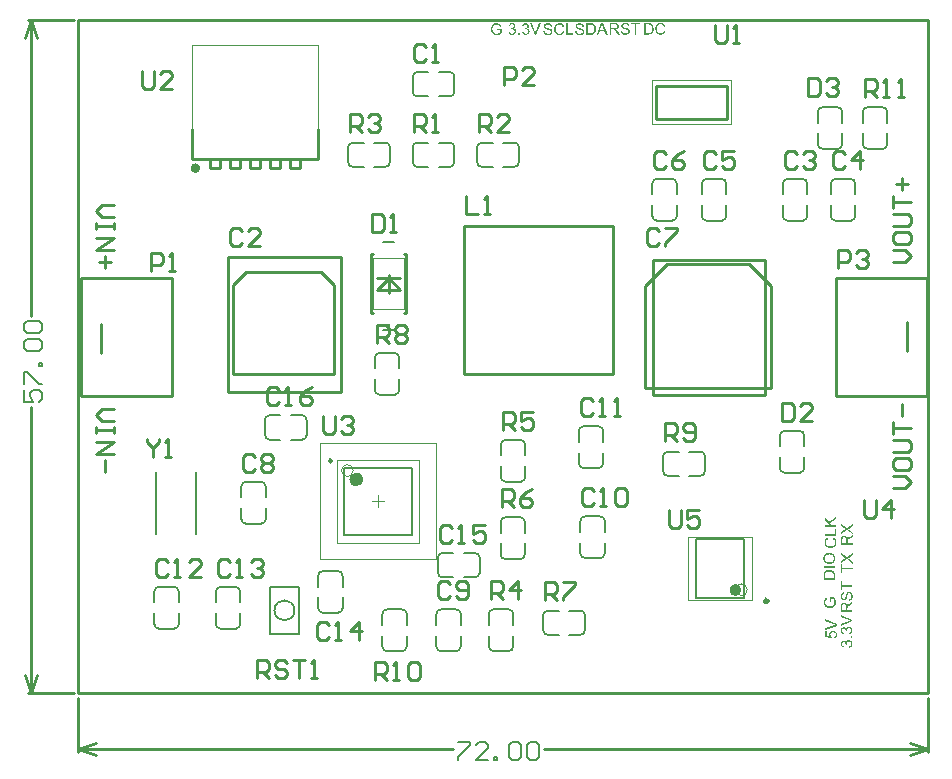
<source format=gto>
G04*
G04 #@! TF.GenerationSoftware,Altium Limited,Altium Designer,20.0.13 (296)*
G04*
G04 Layer_Color=65535*
%FSLAX24Y24*%
%MOIN*%
G70*
G01*
G75*
%ADD10C,0.0079*%
%ADD11C,0.0157*%
%ADD12C,0.0059*%
%ADD13C,0.0098*%
%ADD14C,0.0236*%
%ADD15C,0.0118*%
%ADD16C,0.0197*%
%ADD17C,0.0100*%
%ADD18C,0.0050*%
%ADD19C,0.0039*%
%ADD20C,0.0060*%
%ADD21C,0.0020*%
%ADD22C,0.0080*%
G36*
X16730Y22337D02*
X16734D01*
X16745Y22336D01*
X16756Y22334D01*
X16769Y22331D01*
X16782Y22328D01*
X16794Y22324D01*
X16795D01*
X16796Y22323D01*
X16798Y22322D01*
X16800Y22321D01*
X16805Y22318D01*
X16813Y22313D01*
X16821Y22307D01*
X16829Y22300D01*
X16837Y22292D01*
X16844Y22282D01*
Y22282D01*
X16845Y22281D01*
X16846Y22280D01*
X16847Y22278D01*
X16850Y22272D01*
X16853Y22265D01*
X16857Y22256D01*
X16860Y22246D01*
X16862Y22235D01*
X16864Y22222D01*
X16815Y22219D01*
Y22219D01*
Y22220D01*
X16814Y22222D01*
X16814Y22225D01*
X16812Y22231D01*
X16810Y22239D01*
X16806Y22248D01*
X16801Y22257D01*
X16795Y22265D01*
X16788Y22273D01*
X16786Y22274D01*
X16784Y22276D01*
X16778Y22279D01*
X16771Y22282D01*
X16761Y22286D01*
X16750Y22289D01*
X16737Y22291D01*
X16721Y22292D01*
X16713D01*
X16710Y22291D01*
X16705Y22291D01*
X16695Y22290D01*
X16684Y22287D01*
X16673Y22285D01*
X16663Y22280D01*
X16658Y22277D01*
X16654Y22275D01*
X16653Y22274D01*
X16650Y22272D01*
X16647Y22268D01*
X16644Y22264D01*
X16640Y22257D01*
X16637Y22251D01*
X16634Y22243D01*
X16633Y22234D01*
Y22233D01*
Y22231D01*
X16634Y22227D01*
X16635Y22222D01*
X16637Y22217D01*
X16639Y22211D01*
X16643Y22206D01*
X16648Y22200D01*
X16648Y22200D01*
X16651Y22198D01*
X16653Y22196D01*
X16655Y22195D01*
X16659Y22194D01*
X16663Y22191D01*
X16668Y22190D01*
X16673Y22188D01*
X16679Y22185D01*
X16687Y22183D01*
X16694Y22180D01*
X16703Y22178D01*
X16713Y22175D01*
X16724Y22173D01*
X16725D01*
X16727Y22172D01*
X16730Y22171D01*
X16734Y22170D01*
X16739Y22169D01*
X16745Y22168D01*
X16751Y22166D01*
X16758Y22164D01*
X16773Y22160D01*
X16786Y22156D01*
X16793Y22154D01*
X16799Y22152D01*
X16805Y22150D01*
X16809Y22148D01*
X16810D01*
X16811Y22148D01*
X16813Y22146D01*
X16815Y22145D01*
X16821Y22142D01*
X16828Y22138D01*
X16836Y22131D01*
X16845Y22125D01*
X16852Y22117D01*
X16859Y22109D01*
X16860Y22108D01*
X16862Y22105D01*
X16864Y22100D01*
X16867Y22093D01*
X16870Y22085D01*
X16873Y22076D01*
X16875Y22065D01*
X16875Y22054D01*
Y22054D01*
Y22053D01*
Y22052D01*
Y22049D01*
X16874Y22043D01*
X16873Y22035D01*
X16871Y22027D01*
X16868Y22017D01*
X16864Y22007D01*
X16857Y21997D01*
Y21996D01*
X16857Y21995D01*
X16854Y21992D01*
X16850Y21987D01*
X16845Y21982D01*
X16838Y21975D01*
X16829Y21968D01*
X16819Y21961D01*
X16807Y21955D01*
X16806D01*
X16805Y21954D01*
X16804Y21954D01*
X16801Y21953D01*
X16798Y21952D01*
X16794Y21950D01*
X16785Y21948D01*
X16775Y21945D01*
X16762Y21942D01*
X16748Y21941D01*
X16733Y21940D01*
X16724D01*
X16720Y21941D01*
X16715D01*
X16709Y21941D01*
X16703Y21942D01*
X16689Y21944D01*
X16674Y21946D01*
X16660Y21950D01*
X16646Y21955D01*
X16645D01*
X16644Y21956D01*
X16643Y21957D01*
X16640Y21958D01*
X16634Y21961D01*
X16626Y21966D01*
X16617Y21973D01*
X16608Y21981D01*
X16599Y21990D01*
X16591Y22001D01*
Y22001D01*
X16589Y22002D01*
X16589Y22004D01*
X16587Y22006D01*
X16586Y22009D01*
X16584Y22012D01*
X16581Y22020D01*
X16577Y22031D01*
X16573Y22043D01*
X16571Y22056D01*
X16570Y22070D01*
X16618Y22074D01*
Y22074D01*
Y22073D01*
X16618Y22072D01*
Y22069D01*
X16619Y22064D01*
X16621Y22057D01*
X16623Y22050D01*
X16625Y22042D01*
X16629Y22034D01*
X16633Y22027D01*
X16634Y22026D01*
X16635Y22024D01*
X16638Y22020D01*
X16643Y22016D01*
X16648Y22011D01*
X16654Y22006D01*
X16663Y22001D01*
X16672Y21997D01*
X16672D01*
X16673Y21996D01*
X16674Y21995D01*
X16676Y21995D01*
X16682Y21993D01*
X16689Y21991D01*
X16698Y21989D01*
X16708Y21987D01*
X16719Y21986D01*
X16731Y21986D01*
X16736D01*
X16741Y21986D01*
X16748Y21987D01*
X16756Y21988D01*
X16765Y21989D01*
X16774Y21991D01*
X16782Y21994D01*
X16783Y21994D01*
X16786Y21995D01*
X16790Y21998D01*
X16795Y22000D01*
X16800Y22004D01*
X16805Y22008D01*
X16811Y22012D01*
X16815Y22018D01*
X16816Y22018D01*
X16817Y22020D01*
X16819Y22023D01*
X16821Y22028D01*
X16823Y22032D01*
X16825Y22038D01*
X16826Y22044D01*
X16826Y22050D01*
Y22051D01*
Y22054D01*
X16826Y22057D01*
X16825Y22062D01*
X16824Y22066D01*
X16822Y22072D01*
X16819Y22077D01*
X16815Y22082D01*
X16815Y22083D01*
X16813Y22084D01*
X16811Y22087D01*
X16807Y22090D01*
X16803Y22093D01*
X16796Y22097D01*
X16789Y22101D01*
X16781Y22104D01*
X16780Y22105D01*
X16778Y22105D01*
X16773Y22107D01*
X16770Y22108D01*
X16766Y22109D01*
X16763Y22110D01*
X16758Y22111D01*
X16752Y22113D01*
X16745Y22115D01*
X16739Y22116D01*
X16731Y22119D01*
X16722Y22121D01*
X16713Y22123D01*
X16712D01*
X16710Y22124D01*
X16708Y22124D01*
X16704Y22125D01*
X16700Y22126D01*
X16695Y22128D01*
X16684Y22131D01*
X16672Y22135D01*
X16659Y22139D01*
X16648Y22143D01*
X16643Y22145D01*
X16638Y22147D01*
X16638D01*
X16637Y22148D01*
X16634Y22150D01*
X16629Y22153D01*
X16623Y22157D01*
X16617Y22162D01*
X16610Y22168D01*
X16603Y22175D01*
X16598Y22183D01*
X16597Y22184D01*
X16596Y22187D01*
X16593Y22191D01*
X16591Y22197D01*
X16589Y22204D01*
X16587Y22213D01*
X16585Y22221D01*
X16584Y22231D01*
Y22231D01*
Y22232D01*
Y22234D01*
Y22236D01*
X16586Y22241D01*
X16587Y22249D01*
X16588Y22257D01*
X16591Y22266D01*
X16595Y22276D01*
X16601Y22285D01*
Y22286D01*
X16601Y22286D01*
X16604Y22290D01*
X16608Y22294D01*
X16613Y22300D01*
X16619Y22306D01*
X16628Y22312D01*
X16638Y22319D01*
X16649Y22324D01*
X16649D01*
X16650Y22325D01*
X16652Y22325D01*
X16654Y22326D01*
X16657Y22327D01*
X16661Y22329D01*
X16669Y22331D01*
X16680Y22333D01*
X16692Y22335D01*
X16705Y22337D01*
X16719Y22337D01*
X16727D01*
X16730Y22337D01*
D02*
G37*
G36*
X17649Y21947D02*
X17592D01*
X17547Y22063D01*
X17386D01*
X17344Y21947D01*
X17290D01*
X17437Y22331D01*
X17492D01*
X17649Y21947D01*
D02*
G37*
G36*
X17103Y22330D02*
X17114Y22330D01*
X17125Y22329D01*
X17136Y22327D01*
X17146Y22325D01*
X17146D01*
X17147Y22325D01*
X17149D01*
X17151Y22324D01*
X17157Y22322D01*
X17165Y22319D01*
X17174Y22315D01*
X17183Y22310D01*
X17193Y22305D01*
X17202Y22297D01*
X17202Y22297D01*
X17203Y22296D01*
X17204Y22295D01*
X17207Y22293D01*
X17212Y22287D01*
X17219Y22280D01*
X17226Y22270D01*
X17234Y22259D01*
X17241Y22246D01*
X17247Y22232D01*
Y22231D01*
X17248Y22230D01*
X17249Y22228D01*
X17249Y22225D01*
X17251Y22221D01*
X17252Y22216D01*
X17253Y22211D01*
X17255Y22205D01*
X17257Y22199D01*
X17258Y22192D01*
X17260Y22176D01*
X17262Y22159D01*
X17263Y22140D01*
Y22140D01*
Y22139D01*
Y22136D01*
Y22133D01*
X17262Y22129D01*
Y22125D01*
X17262Y22114D01*
X17260Y22102D01*
X17258Y22089D01*
X17255Y22076D01*
X17252Y22063D01*
Y22062D01*
X17252Y22061D01*
X17251Y22059D01*
X17250Y22057D01*
X17248Y22051D01*
X17245Y22043D01*
X17242Y22034D01*
X17237Y22025D01*
X17232Y22016D01*
X17226Y22007D01*
X17225Y22006D01*
X17223Y22003D01*
X17220Y21999D01*
X17215Y21994D01*
X17210Y21989D01*
X17204Y21983D01*
X17198Y21977D01*
X17191Y21972D01*
X17190Y21972D01*
X17188Y21970D01*
X17184Y21968D01*
X17178Y21965D01*
X17172Y21962D01*
X17164Y21959D01*
X17155Y21956D01*
X17145Y21953D01*
X17144D01*
X17142Y21952D01*
X17141Y21952D01*
X17135Y21951D01*
X17127Y21950D01*
X17118Y21949D01*
X17108Y21948D01*
X17096Y21947D01*
X17083Y21947D01*
X16945D01*
Y22331D01*
X17093D01*
X17103Y22330D01*
D02*
G37*
G36*
X19433Y22347D02*
X19438Y22346D01*
X19444Y22346D01*
X19450Y22345D01*
X19457Y22343D01*
X19472Y22340D01*
X19489Y22335D01*
X19497Y22332D01*
X19505Y22328D01*
X19513Y22323D01*
X19520Y22318D01*
X19521Y22317D01*
X19522Y22317D01*
X19524Y22315D01*
X19527Y22312D01*
X19530Y22310D01*
X19534Y22306D01*
X19538Y22301D01*
X19542Y22297D01*
X19547Y22291D01*
X19551Y22285D01*
X19556Y22278D01*
X19560Y22271D01*
X19564Y22262D01*
X19569Y22254D01*
X19572Y22245D01*
X19575Y22235D01*
X19525Y22224D01*
Y22224D01*
X19525Y22225D01*
X19524Y22227D01*
X19523Y22230D01*
X19522Y22234D01*
X19520Y22238D01*
X19515Y22247D01*
X19510Y22257D01*
X19503Y22267D01*
X19495Y22276D01*
X19486Y22285D01*
X19485Y22286D01*
X19482Y22288D01*
X19476Y22291D01*
X19469Y22295D01*
X19459Y22298D01*
X19449Y22301D01*
X19436Y22304D01*
X19422Y22304D01*
X19418D01*
X19415Y22304D01*
X19411D01*
X19407Y22303D01*
X19396Y22301D01*
X19384Y22299D01*
X19372Y22295D01*
X19360Y22290D01*
X19348Y22282D01*
X19347D01*
X19347Y22281D01*
X19343Y22279D01*
X19338Y22274D01*
X19332Y22267D01*
X19325Y22259D01*
X19318Y22250D01*
X19312Y22238D01*
X19306Y22225D01*
Y22225D01*
X19306Y22224D01*
X19305Y22222D01*
X19305Y22219D01*
X19303Y22216D01*
X19302Y22212D01*
X19301Y22203D01*
X19298Y22191D01*
X19296Y22179D01*
X19295Y22166D01*
X19295Y22151D01*
Y22151D01*
Y22149D01*
Y22146D01*
Y22143D01*
X19295Y22139D01*
Y22134D01*
X19296Y22129D01*
X19296Y22123D01*
X19298Y22109D01*
X19301Y22095D01*
X19304Y22080D01*
X19308Y22066D01*
Y22065D01*
X19309Y22064D01*
X19310Y22063D01*
X19311Y22060D01*
X19315Y22053D01*
X19320Y22045D01*
X19326Y22037D01*
X19333Y22027D01*
X19342Y22019D01*
X19353Y22011D01*
X19353D01*
X19355Y22011D01*
X19356Y22009D01*
X19358Y22008D01*
X19361Y22007D01*
X19365Y22006D01*
X19372Y22002D01*
X19382Y21999D01*
X19393Y21996D01*
X19406Y21994D01*
X19418Y21993D01*
X19422D01*
X19426Y21994D01*
X19429D01*
X19433Y21994D01*
X19443Y21997D01*
X19455Y21999D01*
X19467Y22004D01*
X19479Y22010D01*
X19485Y22013D01*
X19490Y22018D01*
X19491Y22018D01*
X19492Y22019D01*
X19493Y22020D01*
X19495Y22022D01*
X19498Y22025D01*
X19500Y22028D01*
X19504Y22032D01*
X19507Y22036D01*
X19510Y22041D01*
X19514Y22047D01*
X19517Y22052D01*
X19520Y22059D01*
X19523Y22066D01*
X19526Y22074D01*
X19529Y22082D01*
X19531Y22091D01*
X19582Y22078D01*
Y22078D01*
X19582Y22075D01*
X19580Y22072D01*
X19579Y22068D01*
X19577Y22063D01*
X19575Y22057D01*
X19572Y22050D01*
X19569Y22043D01*
X19561Y22027D01*
X19551Y22012D01*
X19545Y22004D01*
X19539Y21996D01*
X19532Y21989D01*
X19524Y21983D01*
X19524Y21982D01*
X19523Y21981D01*
X19520Y21980D01*
X19517Y21978D01*
X19513Y21975D01*
X19508Y21972D01*
X19502Y21969D01*
X19496Y21967D01*
X19489Y21963D01*
X19481Y21961D01*
X19473Y21958D01*
X19464Y21955D01*
X19454Y21953D01*
X19444Y21952D01*
X19434Y21951D01*
X19423Y21950D01*
X19417D01*
X19412Y21951D01*
X19407D01*
X19401Y21951D01*
X19394Y21952D01*
X19387Y21953D01*
X19371Y21956D01*
X19354Y21961D01*
X19337Y21967D01*
X19330Y21971D01*
X19322Y21975D01*
X19321Y21976D01*
X19320Y21976D01*
X19318Y21978D01*
X19316Y21980D01*
X19312Y21982D01*
X19308Y21986D01*
X19304Y21989D01*
X19300Y21994D01*
X19295Y21999D01*
X19290Y22004D01*
X19280Y22017D01*
X19271Y22032D01*
X19262Y22048D01*
Y22049D01*
X19261Y22050D01*
X19261Y22053D01*
X19259Y22057D01*
X19258Y22061D01*
X19256Y22067D01*
X19254Y22073D01*
X19252Y22079D01*
X19251Y22087D01*
X19249Y22095D01*
X19246Y22112D01*
X19244Y22131D01*
X19242Y22151D01*
Y22152D01*
Y22154D01*
Y22158D01*
X19243Y22161D01*
Y22167D01*
X19244Y22173D01*
X19244Y22180D01*
X19245Y22187D01*
X19248Y22203D01*
X19252Y22221D01*
X19257Y22239D01*
X19265Y22256D01*
X19266Y22256D01*
X19266Y22258D01*
X19267Y22260D01*
X19270Y22263D01*
X19272Y22267D01*
X19275Y22271D01*
X19282Y22281D01*
X19291Y22292D01*
X19302Y22304D01*
X19315Y22315D01*
X19330Y22324D01*
X19331Y22325D01*
X19332Y22325D01*
X19335Y22326D01*
X19337Y22328D01*
X19342Y22330D01*
X19346Y22331D01*
X19352Y22334D01*
X19358Y22336D01*
X19365Y22338D01*
X19372Y22340D01*
X19387Y22343D01*
X19405Y22346D01*
X19423Y22347D01*
X19429D01*
X19433Y22347D01*
D02*
G37*
G36*
X19028Y22340D02*
X19039Y22340D01*
X19050Y22339D01*
X19061Y22337D01*
X19070Y22335D01*
X19071D01*
X19072Y22335D01*
X19074D01*
X19076Y22334D01*
X19082Y22332D01*
X19090Y22329D01*
X19099Y22325D01*
X19108Y22320D01*
X19118Y22315D01*
X19126Y22307D01*
X19127Y22307D01*
X19128Y22306D01*
X19129Y22305D01*
X19131Y22303D01*
X19137Y22297D01*
X19144Y22290D01*
X19151Y22280D01*
X19159Y22269D01*
X19166Y22256D01*
X19172Y22242D01*
Y22241D01*
X19172Y22240D01*
X19174Y22238D01*
X19174Y22235D01*
X19176Y22231D01*
X19177Y22226D01*
X19178Y22221D01*
X19180Y22215D01*
X19181Y22209D01*
X19182Y22202D01*
X19185Y22186D01*
X19187Y22169D01*
X19187Y22150D01*
Y22150D01*
Y22149D01*
Y22146D01*
Y22143D01*
X19187Y22139D01*
Y22135D01*
X19186Y22124D01*
X19185Y22112D01*
X19183Y22099D01*
X19180Y22086D01*
X19177Y22073D01*
Y22072D01*
X19176Y22071D01*
X19176Y22069D01*
X19175Y22067D01*
X19173Y22061D01*
X19170Y22053D01*
X19166Y22044D01*
X19162Y22035D01*
X19156Y22026D01*
X19151Y22017D01*
X19150Y22016D01*
X19148Y22013D01*
X19145Y22009D01*
X19140Y22004D01*
X19135Y21999D01*
X19129Y21993D01*
X19123Y21987D01*
X19116Y21982D01*
X19115Y21982D01*
X19113Y21980D01*
X19109Y21978D01*
X19103Y21975D01*
X19096Y21972D01*
X19089Y21969D01*
X19080Y21966D01*
X19070Y21963D01*
X19069D01*
X19067Y21962D01*
X19065Y21962D01*
X19060Y21961D01*
X19052Y21960D01*
X19043Y21959D01*
X19033Y21958D01*
X19021Y21957D01*
X19008Y21957D01*
X18870D01*
Y22341D01*
X19018D01*
X19028Y22340D01*
D02*
G37*
G36*
X18250Y22347D02*
X18254D01*
X18264Y22346D01*
X18276Y22344D01*
X18288Y22341D01*
X18302Y22338D01*
X18314Y22334D01*
X18314D01*
X18316Y22333D01*
X18317Y22332D01*
X18319Y22331D01*
X18325Y22328D01*
X18332Y22323D01*
X18340Y22317D01*
X18349Y22310D01*
X18357Y22302D01*
X18364Y22292D01*
Y22292D01*
X18364Y22291D01*
X18365Y22290D01*
X18367Y22288D01*
X18369Y22282D01*
X18373Y22275D01*
X18377Y22266D01*
X18379Y22256D01*
X18382Y22245D01*
X18383Y22232D01*
X18334Y22229D01*
Y22229D01*
Y22230D01*
X18334Y22232D01*
X18333Y22235D01*
X18332Y22241D01*
X18329Y22249D01*
X18326Y22258D01*
X18321Y22267D01*
X18315Y22275D01*
X18307Y22283D01*
X18306Y22284D01*
X18303Y22286D01*
X18298Y22289D01*
X18291Y22292D01*
X18281Y22296D01*
X18270Y22299D01*
X18256Y22301D01*
X18241Y22302D01*
X18233D01*
X18229Y22301D01*
X18225Y22301D01*
X18215Y22300D01*
X18204Y22297D01*
X18193Y22295D01*
X18182Y22290D01*
X18178Y22287D01*
X18173Y22285D01*
X18172Y22284D01*
X18170Y22282D01*
X18167Y22278D01*
X18163Y22274D01*
X18160Y22267D01*
X18156Y22261D01*
X18154Y22253D01*
X18153Y22244D01*
Y22243D01*
Y22241D01*
X18153Y22237D01*
X18155Y22232D01*
X18156Y22227D01*
X18159Y22221D01*
X18162Y22216D01*
X18167Y22210D01*
X18168Y22210D01*
X18171Y22208D01*
X18173Y22206D01*
X18175Y22205D01*
X18178Y22204D01*
X18182Y22201D01*
X18187Y22200D01*
X18193Y22198D01*
X18199Y22195D01*
X18206Y22193D01*
X18214Y22190D01*
X18223Y22188D01*
X18233Y22185D01*
X18244Y22183D01*
X18244D01*
X18247Y22182D01*
X18250Y22181D01*
X18254Y22180D01*
X18259Y22179D01*
X18265Y22178D01*
X18271Y22176D01*
X18278Y22174D01*
X18292Y22170D01*
X18306Y22166D01*
X18313Y22164D01*
X18319Y22162D01*
X18324Y22160D01*
X18329Y22158D01*
X18329D01*
X18331Y22158D01*
X18332Y22156D01*
X18334Y22155D01*
X18340Y22152D01*
X18348Y22148D01*
X18356Y22141D01*
X18364Y22135D01*
X18372Y22127D01*
X18379Y22119D01*
X18379Y22118D01*
X18382Y22115D01*
X18384Y22110D01*
X18387Y22103D01*
X18390Y22095D01*
X18393Y22086D01*
X18394Y22075D01*
X18395Y22064D01*
Y22064D01*
Y22063D01*
Y22062D01*
Y22059D01*
X18394Y22053D01*
X18393Y22045D01*
X18390Y22037D01*
X18388Y22027D01*
X18383Y22017D01*
X18377Y22007D01*
Y22006D01*
X18377Y22006D01*
X18374Y22002D01*
X18370Y21997D01*
X18364Y21992D01*
X18357Y21985D01*
X18348Y21978D01*
X18338Y21971D01*
X18327Y21965D01*
X18326D01*
X18325Y21964D01*
X18323Y21964D01*
X18321Y21963D01*
X18318Y21962D01*
X18314Y21960D01*
X18305Y21958D01*
X18294Y21955D01*
X18282Y21952D01*
X18268Y21951D01*
X18253Y21950D01*
X18244D01*
X18239Y21951D01*
X18234D01*
X18229Y21951D01*
X18222Y21952D01*
X18208Y21954D01*
X18194Y21956D01*
X18180Y21960D01*
X18166Y21965D01*
X18165D01*
X18164Y21966D01*
X18162Y21967D01*
X18160Y21968D01*
X18153Y21971D01*
X18146Y21976D01*
X18137Y21983D01*
X18127Y21991D01*
X18118Y22000D01*
X18110Y22011D01*
Y22011D01*
X18109Y22012D01*
X18109Y22014D01*
X18107Y22016D01*
X18106Y22019D01*
X18104Y22022D01*
X18100Y22030D01*
X18096Y22041D01*
X18093Y22053D01*
X18091Y22066D01*
X18090Y22080D01*
X18137Y22084D01*
Y22084D01*
Y22083D01*
X18138Y22082D01*
Y22079D01*
X18139Y22074D01*
X18141Y22067D01*
X18143Y22060D01*
X18145Y22052D01*
X18149Y22044D01*
X18153Y22037D01*
X18153Y22036D01*
X18155Y22034D01*
X18158Y22030D01*
X18162Y22026D01*
X18168Y22021D01*
X18174Y22016D01*
X18182Y22011D01*
X18191Y22007D01*
X18192D01*
X18192Y22006D01*
X18194Y22006D01*
X18196Y22005D01*
X18201Y22003D01*
X18208Y22001D01*
X18217Y21999D01*
X18227Y21997D01*
X18238Y21996D01*
X18251Y21996D01*
X18256D01*
X18261Y21996D01*
X18268Y21997D01*
X18276Y21998D01*
X18284Y21999D01*
X18293Y22001D01*
X18302Y22004D01*
X18303Y22004D01*
X18306Y22006D01*
X18309Y22008D01*
X18314Y22010D01*
X18319Y22014D01*
X18325Y22018D01*
X18331Y22022D01*
X18335Y22028D01*
X18335Y22028D01*
X18337Y22030D01*
X18338Y22033D01*
X18340Y22038D01*
X18343Y22042D01*
X18344Y22048D01*
X18345Y22054D01*
X18346Y22060D01*
Y22061D01*
Y22064D01*
X18345Y22067D01*
X18345Y22072D01*
X18343Y22076D01*
X18342Y22082D01*
X18339Y22087D01*
X18335Y22092D01*
X18334Y22093D01*
X18333Y22094D01*
X18331Y22097D01*
X18327Y22100D01*
X18322Y22103D01*
X18316Y22107D01*
X18309Y22111D01*
X18301Y22114D01*
X18300Y22115D01*
X18297Y22115D01*
X18293Y22117D01*
X18290Y22118D01*
X18286Y22119D01*
X18282Y22120D01*
X18277Y22121D01*
X18272Y22123D01*
X18265Y22125D01*
X18258Y22126D01*
X18251Y22129D01*
X18242Y22131D01*
X18232Y22133D01*
X18232D01*
X18230Y22134D01*
X18227Y22134D01*
X18224Y22135D01*
X18219Y22136D01*
X18214Y22138D01*
X18203Y22141D01*
X18191Y22145D01*
X18178Y22149D01*
X18167Y22153D01*
X18162Y22155D01*
X18158Y22157D01*
X18157D01*
X18157Y22158D01*
X18153Y22160D01*
X18148Y22163D01*
X18143Y22167D01*
X18136Y22172D01*
X18130Y22178D01*
X18123Y22185D01*
X18117Y22193D01*
X18117Y22194D01*
X18115Y22197D01*
X18113Y22201D01*
X18111Y22207D01*
X18109Y22214D01*
X18106Y22223D01*
X18105Y22231D01*
X18104Y22241D01*
Y22241D01*
Y22242D01*
Y22244D01*
Y22246D01*
X18105Y22251D01*
X18106Y22259D01*
X18108Y22267D01*
X18111Y22276D01*
X18115Y22286D01*
X18120Y22295D01*
Y22296D01*
X18121Y22296D01*
X18123Y22300D01*
X18127Y22304D01*
X18132Y22310D01*
X18139Y22316D01*
X18147Y22322D01*
X18157Y22329D01*
X18168Y22334D01*
X18169D01*
X18170Y22335D01*
X18172Y22335D01*
X18174Y22336D01*
X18177Y22337D01*
X18181Y22339D01*
X18189Y22341D01*
X18200Y22343D01*
X18212Y22345D01*
X18224Y22347D01*
X18239Y22347D01*
X18246D01*
X18250Y22347D01*
D02*
G37*
G36*
X18740Y22295D02*
X18614D01*
Y21957D01*
X18562D01*
Y22295D01*
X18436D01*
Y22341D01*
X18740D01*
Y22295D01*
D02*
G37*
G36*
X17903Y22340D02*
X17908D01*
X17919Y22340D01*
X17931Y22338D01*
X17945Y22336D01*
X17957Y22334D01*
X17963Y22332D01*
X17968Y22330D01*
X17969D01*
X17969Y22330D01*
X17973Y22328D01*
X17978Y22326D01*
X17984Y22322D01*
X17990Y22317D01*
X17997Y22310D01*
X18004Y22302D01*
X18011Y22294D01*
Y22293D01*
X18011Y22292D01*
X18014Y22289D01*
X18016Y22284D01*
X18019Y22276D01*
X18022Y22268D01*
X18025Y22258D01*
X18026Y22247D01*
X18027Y22236D01*
Y22235D01*
Y22234D01*
Y22232D01*
X18026Y22229D01*
Y22225D01*
X18026Y22221D01*
X18024Y22212D01*
X18020Y22201D01*
X18016Y22189D01*
X18009Y22178D01*
X18005Y22172D01*
X18000Y22166D01*
X18000Y22166D01*
X17999Y22165D01*
X17997Y22164D01*
X17995Y22162D01*
X17993Y22160D01*
X17989Y22158D01*
X17985Y22155D01*
X17980Y22151D01*
X17975Y22149D01*
X17969Y22146D01*
X17962Y22143D01*
X17955Y22140D01*
X17946Y22138D01*
X17938Y22135D01*
X17929Y22133D01*
X17919Y22131D01*
X17920Y22131D01*
X17922Y22130D01*
X17925Y22128D01*
X17930Y22125D01*
X17940Y22119D01*
X17945Y22115D01*
X17949Y22112D01*
X17950Y22111D01*
X17953Y22108D01*
X17958Y22104D01*
X17963Y22098D01*
X17969Y22090D01*
X17976Y22082D01*
X17984Y22072D01*
X17991Y22061D01*
X18057Y21957D01*
X17994D01*
X17944Y22037D01*
Y22037D01*
X17943Y22038D01*
X17941Y22040D01*
X17940Y22042D01*
X17936Y22048D01*
X17931Y22056D01*
X17925Y22064D01*
X17919Y22073D01*
X17913Y22082D01*
X17907Y22089D01*
X17906Y22090D01*
X17905Y22092D01*
X17902Y22095D01*
X17898Y22099D01*
X17890Y22108D01*
X17885Y22112D01*
X17881Y22115D01*
X17880Y22115D01*
X17879Y22116D01*
X17877Y22117D01*
X17874Y22119D01*
X17870Y22120D01*
X17867Y22122D01*
X17858Y22125D01*
X17857D01*
X17856Y22125D01*
X17854D01*
X17851Y22126D01*
X17847Y22126D01*
X17843D01*
X17837Y22127D01*
X17771D01*
Y21957D01*
X17720D01*
Y22341D01*
X17898D01*
X17903Y22340D01*
D02*
G37*
G36*
X15670Y22337D02*
X15674D01*
X15685Y22336D01*
X15696Y22334D01*
X15709Y22331D01*
X15722Y22328D01*
X15734Y22324D01*
X15735D01*
X15736Y22323D01*
X15738Y22322D01*
X15740Y22321D01*
X15745Y22318D01*
X15753Y22313D01*
X15761Y22307D01*
X15769Y22300D01*
X15777Y22292D01*
X15784Y22282D01*
Y22282D01*
X15785Y22281D01*
X15786Y22280D01*
X15787Y22278D01*
X15790Y22272D01*
X15793Y22265D01*
X15797Y22256D01*
X15800Y22246D01*
X15802Y22235D01*
X15804Y22222D01*
X15755Y22219D01*
Y22219D01*
Y22220D01*
X15754Y22222D01*
X15754Y22225D01*
X15752Y22231D01*
X15750Y22239D01*
X15746Y22248D01*
X15741Y22257D01*
X15735Y22265D01*
X15728Y22273D01*
X15726Y22274D01*
X15724Y22276D01*
X15718Y22279D01*
X15711Y22282D01*
X15701Y22286D01*
X15690Y22289D01*
X15676Y22291D01*
X15661Y22292D01*
X15653D01*
X15650Y22291D01*
X15645Y22291D01*
X15635Y22290D01*
X15624Y22287D01*
X15613Y22285D01*
X15603Y22280D01*
X15598Y22277D01*
X15594Y22275D01*
X15593Y22274D01*
X15590Y22272D01*
X15587Y22268D01*
X15584Y22264D01*
X15580Y22257D01*
X15577Y22251D01*
X15574Y22243D01*
X15573Y22234D01*
Y22233D01*
Y22231D01*
X15574Y22227D01*
X15575Y22222D01*
X15577Y22217D01*
X15579Y22211D01*
X15583Y22206D01*
X15588Y22200D01*
X15588Y22200D01*
X15591Y22198D01*
X15593Y22196D01*
X15595Y22195D01*
X15599Y22194D01*
X15603Y22191D01*
X15608Y22190D01*
X15613Y22188D01*
X15619Y22185D01*
X15627Y22183D01*
X15634Y22180D01*
X15643Y22178D01*
X15653Y22175D01*
X15664Y22173D01*
X15665D01*
X15667Y22172D01*
X15670Y22171D01*
X15674Y22170D01*
X15679Y22169D01*
X15685Y22168D01*
X15691Y22166D01*
X15698Y22164D01*
X15713Y22160D01*
X15726Y22156D01*
X15733Y22154D01*
X15739Y22152D01*
X15745Y22150D01*
X15749Y22148D01*
X15750D01*
X15751Y22148D01*
X15753Y22146D01*
X15755Y22145D01*
X15761Y22142D01*
X15768Y22138D01*
X15776Y22131D01*
X15785Y22125D01*
X15792Y22117D01*
X15799Y22109D01*
X15800Y22108D01*
X15802Y22105D01*
X15804Y22100D01*
X15807Y22093D01*
X15810Y22085D01*
X15813Y22076D01*
X15815Y22065D01*
X15815Y22054D01*
Y22054D01*
Y22053D01*
Y22052D01*
Y22049D01*
X15814Y22043D01*
X15813Y22035D01*
X15811Y22027D01*
X15808Y22017D01*
X15804Y22007D01*
X15797Y21997D01*
Y21996D01*
X15797Y21995D01*
X15794Y21992D01*
X15790Y21987D01*
X15785Y21982D01*
X15778Y21975D01*
X15769Y21968D01*
X15759Y21961D01*
X15747Y21955D01*
X15746D01*
X15745Y21954D01*
X15744Y21954D01*
X15741Y21953D01*
X15738Y21952D01*
X15734Y21950D01*
X15725Y21948D01*
X15715Y21945D01*
X15702Y21942D01*
X15688Y21941D01*
X15673Y21940D01*
X15664D01*
X15660Y21941D01*
X15655D01*
X15649Y21941D01*
X15643Y21942D01*
X15629Y21944D01*
X15614Y21946D01*
X15600Y21950D01*
X15586Y21955D01*
X15585D01*
X15584Y21956D01*
X15583Y21957D01*
X15580Y21958D01*
X15574Y21961D01*
X15566Y21966D01*
X15557Y21973D01*
X15548Y21981D01*
X15539Y21990D01*
X15531Y22001D01*
Y22001D01*
X15529Y22002D01*
X15529Y22004D01*
X15527Y22006D01*
X15526Y22009D01*
X15524Y22012D01*
X15521Y22020D01*
X15517Y22031D01*
X15513Y22043D01*
X15511Y22056D01*
X15510Y22070D01*
X15558Y22074D01*
Y22074D01*
Y22073D01*
X15558Y22072D01*
Y22069D01*
X15559Y22064D01*
X15561Y22057D01*
X15563Y22050D01*
X15566Y22042D01*
X15569Y22034D01*
X15573Y22027D01*
X15574Y22026D01*
X15575Y22024D01*
X15578Y22020D01*
X15583Y22016D01*
X15588Y22011D01*
X15594Y22006D01*
X15603Y22001D01*
X15612Y21997D01*
X15612D01*
X15613Y21996D01*
X15614Y21995D01*
X15616Y21995D01*
X15622Y21993D01*
X15629Y21991D01*
X15638Y21989D01*
X15648Y21987D01*
X15659Y21986D01*
X15671Y21986D01*
X15676D01*
X15681Y21986D01*
X15688Y21987D01*
X15696Y21988D01*
X15705Y21989D01*
X15714Y21991D01*
X15722Y21994D01*
X15723Y21994D01*
X15726Y21995D01*
X15730Y21998D01*
X15735Y22000D01*
X15740Y22004D01*
X15745Y22008D01*
X15751Y22012D01*
X15755Y22018D01*
X15756Y22018D01*
X15757Y22020D01*
X15759Y22023D01*
X15761Y22028D01*
X15763Y22032D01*
X15765Y22038D01*
X15766Y22044D01*
X15766Y22050D01*
Y22051D01*
Y22054D01*
X15766Y22057D01*
X15765Y22062D01*
X15764Y22066D01*
X15762Y22072D01*
X15759Y22077D01*
X15755Y22082D01*
X15755Y22083D01*
X15753Y22084D01*
X15751Y22087D01*
X15747Y22090D01*
X15743Y22093D01*
X15736Y22097D01*
X15729Y22101D01*
X15721Y22104D01*
X15720Y22105D01*
X15718Y22105D01*
X15713Y22107D01*
X15710Y22108D01*
X15706Y22109D01*
X15703Y22110D01*
X15698Y22111D01*
X15692Y22113D01*
X15685Y22115D01*
X15679Y22116D01*
X15671Y22119D01*
X15662Y22121D01*
X15653Y22123D01*
X15652D01*
X15650Y22124D01*
X15648Y22124D01*
X15644Y22125D01*
X15640Y22126D01*
X15635Y22128D01*
X15624Y22131D01*
X15612Y22135D01*
X15599Y22139D01*
X15588Y22143D01*
X15583Y22145D01*
X15578Y22147D01*
X15578D01*
X15577Y22148D01*
X15574Y22150D01*
X15569Y22153D01*
X15563Y22157D01*
X15557Y22162D01*
X15550Y22168D01*
X15543Y22175D01*
X15538Y22183D01*
X15537Y22184D01*
X15536Y22187D01*
X15533Y22191D01*
X15531Y22197D01*
X15529Y22204D01*
X15527Y22213D01*
X15525Y22221D01*
X15524Y22231D01*
Y22231D01*
Y22232D01*
Y22234D01*
Y22236D01*
X15526Y22241D01*
X15527Y22249D01*
X15528Y22257D01*
X15531Y22266D01*
X15535Y22276D01*
X15541Y22285D01*
Y22286D01*
X15541Y22286D01*
X15544Y22290D01*
X15548Y22294D01*
X15553Y22300D01*
X15559Y22306D01*
X15568Y22312D01*
X15578Y22319D01*
X15589Y22324D01*
X15589D01*
X15590Y22325D01*
X15592Y22325D01*
X15594Y22326D01*
X15597Y22327D01*
X15601Y22329D01*
X15609Y22331D01*
X15620Y22333D01*
X15632Y22335D01*
X15645Y22337D01*
X15659Y22337D01*
X15667D01*
X15670Y22337D01*
D02*
G37*
G36*
X16061D02*
X16066Y22336D01*
X16072Y22336D01*
X16078Y22335D01*
X16085Y22333D01*
X16100Y22330D01*
X16117Y22325D01*
X16125Y22322D01*
X16133Y22318D01*
X16140Y22313D01*
X16148Y22308D01*
X16149Y22307D01*
X16150Y22307D01*
X16152Y22305D01*
X16155Y22302D01*
X16158Y22300D01*
X16162Y22296D01*
X16165Y22291D01*
X16170Y22287D01*
X16174Y22281D01*
X16179Y22275D01*
X16184Y22268D01*
X16188Y22261D01*
X16192Y22252D01*
X16197Y22244D01*
X16200Y22235D01*
X16203Y22225D01*
X16153Y22214D01*
Y22214D01*
X16153Y22215D01*
X16152Y22218D01*
X16150Y22220D01*
X16149Y22224D01*
X16148Y22228D01*
X16143Y22237D01*
X16138Y22247D01*
X16131Y22257D01*
X16123Y22266D01*
X16114Y22275D01*
X16113Y22276D01*
X16109Y22278D01*
X16104Y22281D01*
X16097Y22285D01*
X16087Y22288D01*
X16077Y22291D01*
X16064Y22294D01*
X16050Y22294D01*
X16046D01*
X16043Y22294D01*
X16039D01*
X16034Y22293D01*
X16024Y22291D01*
X16012Y22289D01*
X16000Y22285D01*
X15987Y22280D01*
X15976Y22272D01*
X15975D01*
X15975Y22271D01*
X15971Y22269D01*
X15966Y22264D01*
X15960Y22257D01*
X15952Y22249D01*
X15946Y22240D01*
X15940Y22228D01*
X15934Y22215D01*
Y22215D01*
X15933Y22214D01*
X15933Y22212D01*
X15932Y22209D01*
X15931Y22206D01*
X15930Y22202D01*
X15928Y22193D01*
X15926Y22181D01*
X15924Y22169D01*
X15923Y22156D01*
X15922Y22141D01*
Y22141D01*
Y22139D01*
Y22136D01*
Y22133D01*
X15923Y22129D01*
Y22124D01*
X15923Y22119D01*
X15924Y22113D01*
X15926Y22099D01*
X15928Y22085D01*
X15932Y22070D01*
X15936Y22056D01*
Y22055D01*
X15937Y22054D01*
X15938Y22053D01*
X15939Y22050D01*
X15942Y22043D01*
X15947Y22035D01*
X15953Y22027D01*
X15961Y22017D01*
X15970Y22009D01*
X15981Y22001D01*
X15981D01*
X15982Y22001D01*
X15984Y21999D01*
X15986Y21998D01*
X15989Y21997D01*
X15992Y21995D01*
X16000Y21992D01*
X16010Y21989D01*
X16021Y21986D01*
X16033Y21984D01*
X16046Y21983D01*
X16050D01*
X16053Y21984D01*
X16057D01*
X16061Y21984D01*
X16071Y21987D01*
X16083Y21989D01*
X16094Y21994D01*
X16107Y22000D01*
X16113Y22003D01*
X16118Y22008D01*
X16119Y22008D01*
X16119Y22009D01*
X16121Y22010D01*
X16123Y22012D01*
X16126Y22015D01*
X16128Y22018D01*
X16132Y22022D01*
X16134Y22026D01*
X16138Y22031D01*
X16142Y22037D01*
X16145Y22042D01*
X16148Y22049D01*
X16151Y22056D01*
X16154Y22064D01*
X16157Y22072D01*
X16159Y22081D01*
X16210Y22068D01*
Y22068D01*
X16209Y22065D01*
X16208Y22062D01*
X16207Y22058D01*
X16205Y22053D01*
X16203Y22047D01*
X16200Y22040D01*
X16197Y22033D01*
X16189Y22017D01*
X16179Y22002D01*
X16173Y21994D01*
X16167Y21986D01*
X16160Y21979D01*
X16152Y21973D01*
X16152Y21972D01*
X16150Y21971D01*
X16148Y21970D01*
X16145Y21968D01*
X16140Y21965D01*
X16136Y21962D01*
X16130Y21959D01*
X16124Y21957D01*
X16117Y21953D01*
X16109Y21951D01*
X16101Y21948D01*
X16092Y21945D01*
X16082Y21943D01*
X16072Y21942D01*
X16062Y21941D01*
X16051Y21940D01*
X16044D01*
X16040Y21941D01*
X16035D01*
X16029Y21941D01*
X16022Y21942D01*
X16014Y21943D01*
X15998Y21946D01*
X15982Y21951D01*
X15965Y21957D01*
X15957Y21961D01*
X15950Y21965D01*
X15949Y21966D01*
X15948Y21966D01*
X15946Y21968D01*
X15943Y21970D01*
X15940Y21972D01*
X15936Y21976D01*
X15932Y21979D01*
X15927Y21984D01*
X15923Y21989D01*
X15918Y21994D01*
X15908Y22007D01*
X15898Y22022D01*
X15890Y22038D01*
Y22039D01*
X15889Y22040D01*
X15889Y22043D01*
X15887Y22047D01*
X15886Y22051D01*
X15884Y22057D01*
X15882Y22063D01*
X15880Y22069D01*
X15879Y22077D01*
X15876Y22085D01*
X15874Y22102D01*
X15871Y22121D01*
X15870Y22141D01*
Y22142D01*
Y22144D01*
Y22148D01*
X15871Y22151D01*
Y22157D01*
X15871Y22163D01*
X15872Y22170D01*
X15873Y22177D01*
X15876Y22193D01*
X15880Y22211D01*
X15885Y22229D01*
X15893Y22246D01*
X15894Y22246D01*
X15894Y22248D01*
X15895Y22250D01*
X15897Y22253D01*
X15900Y22257D01*
X15902Y22261D01*
X15910Y22271D01*
X15919Y22282D01*
X15930Y22294D01*
X15943Y22305D01*
X15958Y22314D01*
X15958Y22315D01*
X15960Y22315D01*
X15962Y22316D01*
X15965Y22318D01*
X15970Y22320D01*
X15974Y22321D01*
X15980Y22324D01*
X15986Y22326D01*
X15992Y22328D01*
X16000Y22330D01*
X16015Y22333D01*
X16033Y22336D01*
X16051Y22337D01*
X16057D01*
X16061Y22337D01*
D02*
G37*
G36*
X16321Y21992D02*
X16511D01*
Y21947D01*
X16270D01*
Y22331D01*
X16321D01*
Y21992D01*
D02*
G37*
G36*
X13963Y22337D02*
X13967D01*
X13978Y22336D01*
X13989Y22334D01*
X14001Y22331D01*
X14015Y22328D01*
X14028Y22324D01*
X14028D01*
X14029Y22323D01*
X14031Y22322D01*
X14033Y22321D01*
X14039Y22318D01*
X14047Y22314D01*
X14055Y22309D01*
X14064Y22302D01*
X14072Y22295D01*
X14080Y22286D01*
X14081Y22285D01*
X14084Y22281D01*
X14087Y22276D01*
X14091Y22269D01*
X14096Y22260D01*
X14101Y22249D01*
X14106Y22237D01*
X14110Y22223D01*
X14064Y22211D01*
Y22211D01*
X14063Y22212D01*
X14062Y22214D01*
X14062Y22216D01*
X14060Y22221D01*
X14058Y22227D01*
X14055Y22235D01*
X14051Y22242D01*
X14047Y22250D01*
X14042Y22257D01*
X14041Y22257D01*
X14040Y22260D01*
X14036Y22262D01*
X14033Y22266D01*
X14028Y22271D01*
X14021Y22275D01*
X14014Y22280D01*
X14005Y22284D01*
X14004Y22284D01*
X14001Y22285D01*
X13996Y22287D01*
X13990Y22289D01*
X13982Y22291D01*
X13973Y22292D01*
X13963Y22294D01*
X13953Y22294D01*
X13946D01*
X13944Y22294D01*
X13940D01*
X13932Y22293D01*
X13923Y22291D01*
X13912Y22290D01*
X13902Y22287D01*
X13892Y22283D01*
X13891Y22282D01*
X13888Y22281D01*
X13883Y22279D01*
X13878Y22276D01*
X13871Y22271D01*
X13864Y22267D01*
X13857Y22261D01*
X13851Y22255D01*
X13850Y22255D01*
X13848Y22252D01*
X13845Y22249D01*
X13842Y22244D01*
X13838Y22239D01*
X13834Y22232D01*
X13830Y22225D01*
X13827Y22217D01*
Y22216D01*
X13826Y22215D01*
X13825Y22214D01*
X13824Y22211D01*
X13823Y22208D01*
X13822Y22204D01*
X13821Y22199D01*
X13819Y22194D01*
X13817Y22183D01*
X13814Y22169D01*
X13813Y22155D01*
X13812Y22140D01*
Y22139D01*
Y22138D01*
Y22135D01*
X13813Y22131D01*
Y22127D01*
X13813Y22121D01*
X13814Y22116D01*
X13814Y22110D01*
X13817Y22096D01*
X13819Y22082D01*
X13824Y22067D01*
X13829Y22053D01*
Y22053D01*
X13830Y22052D01*
X13831Y22050D01*
X13833Y22048D01*
X13837Y22042D01*
X13843Y22034D01*
X13850Y22025D01*
X13859Y22017D01*
X13869Y22009D01*
X13881Y22002D01*
X13882D01*
X13883Y22002D01*
X13884Y22001D01*
X13887Y21999D01*
X13890Y21998D01*
X13894Y21997D01*
X13903Y21994D01*
X13914Y21991D01*
X13926Y21988D01*
X13939Y21986D01*
X13953Y21986D01*
X13959D01*
X13962Y21986D01*
X13965D01*
X13974Y21987D01*
X13984Y21988D01*
X13994Y21990D01*
X14006Y21994D01*
X14018Y21998D01*
X14018D01*
X14019Y21998D01*
X14020Y21999D01*
X14023Y22000D01*
X14029Y22003D01*
X14035Y22006D01*
X14043Y22010D01*
X14051Y22014D01*
X14059Y22019D01*
X14066Y22025D01*
Y22097D01*
X13953D01*
Y22143D01*
X14116D01*
Y22000D01*
X14115Y21999D01*
X14114Y21999D01*
X14112Y21997D01*
X14109Y21995D01*
X14106Y21993D01*
X14102Y21990D01*
X14097Y21987D01*
X14092Y21983D01*
X14080Y21976D01*
X14067Y21968D01*
X14053Y21961D01*
X14038Y21955D01*
X14037D01*
X14036Y21954D01*
X14034Y21954D01*
X14031Y21953D01*
X14028Y21952D01*
X14023Y21950D01*
X14018Y21949D01*
X14013Y21948D01*
X14001Y21945D01*
X13987Y21942D01*
X13972Y21941D01*
X13956Y21940D01*
X13951D01*
X13947Y21941D01*
X13942D01*
X13936Y21941D01*
X13929Y21942D01*
X13922Y21943D01*
X13906Y21946D01*
X13889Y21950D01*
X13871Y21956D01*
X13862Y21959D01*
X13853Y21964D01*
X13853Y21964D01*
X13851Y21965D01*
X13849Y21967D01*
X13845Y21968D01*
X13842Y21971D01*
X13838Y21974D01*
X13827Y21982D01*
X13816Y21992D01*
X13804Y22004D01*
X13793Y22018D01*
X13783Y22034D01*
Y22034D01*
X13782Y22036D01*
X13781Y22038D01*
X13779Y22042D01*
X13778Y22046D01*
X13776Y22052D01*
X13774Y22057D01*
X13772Y22064D01*
X13769Y22071D01*
X13767Y22079D01*
X13766Y22088D01*
X13764Y22097D01*
X13761Y22116D01*
X13760Y22136D01*
Y22137D01*
Y22139D01*
Y22142D01*
X13761Y22146D01*
Y22151D01*
X13761Y22157D01*
X13762Y22163D01*
X13763Y22170D01*
X13764Y22178D01*
X13766Y22186D01*
X13770Y22204D01*
X13776Y22222D01*
X13783Y22241D01*
X13784Y22241D01*
X13784Y22243D01*
X13786Y22245D01*
X13788Y22249D01*
X13790Y22253D01*
X13793Y22257D01*
X13801Y22268D01*
X13810Y22280D01*
X13822Y22292D01*
X13835Y22304D01*
X13843Y22309D01*
X13850Y22314D01*
X13851Y22314D01*
X13853Y22315D01*
X13855Y22316D01*
X13858Y22317D01*
X13863Y22319D01*
X13868Y22321D01*
X13873Y22324D01*
X13880Y22326D01*
X13887Y22328D01*
X13895Y22330D01*
X13903Y22332D01*
X13912Y22333D01*
X13931Y22336D01*
X13941Y22337D01*
X13959D01*
X13963Y22337D01*
D02*
G37*
G36*
X14929D02*
X14937Y22336D01*
X14946Y22334D01*
X14956Y22331D01*
X14965Y22328D01*
X14975Y22324D01*
X14976D01*
X14977Y22323D01*
X14980Y22321D01*
X14985Y22318D01*
X14990Y22314D01*
X14997Y22309D01*
X15004Y22302D01*
X15010Y22295D01*
X15016Y22287D01*
X15017Y22286D01*
X15018Y22283D01*
X15020Y22278D01*
X15023Y22272D01*
X15026Y22265D01*
X15028Y22256D01*
X15030Y22247D01*
X15030Y22237D01*
Y22236D01*
Y22233D01*
X15030Y22229D01*
X15029Y22222D01*
X15027Y22215D01*
X15024Y22208D01*
X15021Y22200D01*
X15017Y22192D01*
X15016Y22191D01*
X15014Y22189D01*
X15011Y22185D01*
X15007Y22180D01*
X15001Y22175D01*
X14994Y22170D01*
X14987Y22165D01*
X14977Y22160D01*
X14978D01*
X14979Y22159D01*
X14980Y22159D01*
X14983Y22158D01*
X14989Y22156D01*
X14997Y22153D01*
X15005Y22148D01*
X15014Y22143D01*
X15023Y22135D01*
X15030Y22127D01*
X15031Y22126D01*
X15033Y22123D01*
X15037Y22117D01*
X15040Y22110D01*
X15043Y22101D01*
X15047Y22090D01*
X15049Y22078D01*
X15049Y22065D01*
Y22064D01*
Y22063D01*
Y22060D01*
X15049Y22057D01*
X15048Y22052D01*
X15047Y22047D01*
X15046Y22042D01*
X15045Y22035D01*
X15040Y22022D01*
X15037Y22015D01*
X15034Y22008D01*
X15029Y22001D01*
X15024Y21994D01*
X15019Y21987D01*
X15012Y21980D01*
X15012Y21979D01*
X15010Y21978D01*
X15008Y21977D01*
X15005Y21974D01*
X15002Y21972D01*
X14998Y21969D01*
X14993Y21966D01*
X14987Y21963D01*
X14980Y21959D01*
X14973Y21956D01*
X14966Y21953D01*
X14958Y21951D01*
X14949Y21948D01*
X14939Y21947D01*
X14930Y21946D01*
X14919Y21945D01*
X14914D01*
X14911Y21946D01*
X14907Y21946D01*
X14902Y21947D01*
X14896Y21948D01*
X14890Y21949D01*
X14877Y21952D01*
X14863Y21958D01*
X14856Y21961D01*
X14849Y21965D01*
X14842Y21970D01*
X14836Y21975D01*
X14835Y21976D01*
X14834Y21977D01*
X14832Y21978D01*
X14831Y21981D01*
X14828Y21983D01*
X14825Y21987D01*
X14822Y21991D01*
X14818Y21996D01*
X14815Y22002D01*
X14812Y22007D01*
X14806Y22020D01*
X14801Y22036D01*
X14799Y22044D01*
X14798Y22053D01*
X14845Y22059D01*
Y22059D01*
X14846Y22058D01*
X14846Y22055D01*
X14847Y22053D01*
X14847Y22049D01*
X14848Y22045D01*
X14851Y22037D01*
X14855Y22027D01*
X14860Y22018D01*
X14866Y22009D01*
X14872Y22001D01*
X14873Y22001D01*
X14876Y21998D01*
X14880Y21995D01*
X14886Y21993D01*
X14892Y21989D01*
X14901Y21987D01*
X14910Y21984D01*
X14920Y21984D01*
X14923D01*
X14926Y21984D01*
X14932Y21985D01*
X14939Y21987D01*
X14948Y21989D01*
X14958Y21993D01*
X14967Y21999D01*
X14976Y22007D01*
X14977Y22008D01*
X14980Y22011D01*
X14983Y22016D01*
X14988Y22023D01*
X14992Y22031D01*
X14995Y22040D01*
X14998Y22052D01*
X14999Y22064D01*
Y22064D01*
Y22065D01*
Y22067D01*
X14999Y22069D01*
X14998Y22075D01*
X14997Y22083D01*
X14994Y22092D01*
X14990Y22100D01*
X14985Y22109D01*
X14978Y22118D01*
X14977Y22119D01*
X14974Y22121D01*
X14969Y22124D01*
X14963Y22128D01*
X14956Y22132D01*
X14946Y22135D01*
X14936Y22138D01*
X14924Y22139D01*
X14919D01*
X14915Y22138D01*
X14910Y22138D01*
X14904Y22136D01*
X14898Y22135D01*
X14891Y22134D01*
X14896Y22175D01*
X14899D01*
X14901Y22175D01*
X14908D01*
X14914Y22176D01*
X14922Y22177D01*
X14930Y22179D01*
X14939Y22181D01*
X14948Y22185D01*
X14958Y22190D01*
X14958D01*
X14959Y22191D01*
X14962Y22193D01*
X14965Y22197D01*
X14970Y22202D01*
X14974Y22209D01*
X14978Y22218D01*
X14981Y22227D01*
X14982Y22232D01*
Y22239D01*
Y22239D01*
Y22240D01*
Y22243D01*
X14981Y22247D01*
X14980Y22254D01*
X14978Y22260D01*
X14975Y22267D01*
X14970Y22275D01*
X14964Y22281D01*
X14964Y22282D01*
X14961Y22284D01*
X14957Y22287D01*
X14952Y22290D01*
X14946Y22293D01*
X14938Y22296D01*
X14929Y22298D01*
X14919Y22299D01*
X14914D01*
X14909Y22297D01*
X14903Y22296D01*
X14896Y22294D01*
X14888Y22291D01*
X14881Y22287D01*
X14873Y22281D01*
X14873Y22281D01*
X14871Y22278D01*
X14867Y22274D01*
X14863Y22269D01*
X14859Y22261D01*
X14856Y22252D01*
X14852Y22242D01*
X14850Y22230D01*
X14803Y22238D01*
Y22239D01*
X14803Y22240D01*
X14804Y22242D01*
X14805Y22246D01*
X14806Y22250D01*
X14807Y22254D01*
X14811Y22265D01*
X14816Y22277D01*
X14823Y22289D01*
X14831Y22301D01*
X14842Y22311D01*
X14842Y22312D01*
X14843Y22312D01*
X14845Y22314D01*
X14847Y22315D01*
X14850Y22317D01*
X14854Y22320D01*
X14858Y22322D01*
X14863Y22325D01*
X14874Y22329D01*
X14887Y22333D01*
X14902Y22336D01*
X14909Y22337D01*
X14923D01*
X14929Y22337D01*
D02*
G37*
G36*
X14482D02*
X14489Y22336D01*
X14498Y22334D01*
X14508Y22331D01*
X14518Y22328D01*
X14528Y22324D01*
X14528D01*
X14529Y22323D01*
X14532Y22321D01*
X14537Y22318D01*
X14543Y22314D01*
X14549Y22309D01*
X14556Y22302D01*
X14563Y22295D01*
X14568Y22287D01*
X14569Y22286D01*
X14570Y22283D01*
X14573Y22278D01*
X14575Y22272D01*
X14578Y22265D01*
X14580Y22256D01*
X14582Y22247D01*
X14583Y22237D01*
Y22236D01*
Y22233D01*
X14582Y22229D01*
X14581Y22222D01*
X14579Y22215D01*
X14576Y22208D01*
X14573Y22200D01*
X14569Y22192D01*
X14568Y22191D01*
X14566Y22189D01*
X14563Y22185D01*
X14559Y22180D01*
X14553Y22175D01*
X14546Y22170D01*
X14539Y22165D01*
X14529Y22160D01*
X14530D01*
X14531Y22159D01*
X14533Y22159D01*
X14535Y22158D01*
X14541Y22156D01*
X14549Y22153D01*
X14558Y22148D01*
X14566Y22143D01*
X14575Y22135D01*
X14583Y22127D01*
X14583Y22126D01*
X14585Y22123D01*
X14589Y22117D01*
X14592Y22110D01*
X14595Y22101D01*
X14599Y22090D01*
X14601Y22078D01*
X14601Y22065D01*
Y22064D01*
Y22063D01*
Y22060D01*
X14601Y22057D01*
X14600Y22052D01*
X14599Y22047D01*
X14598Y22042D01*
X14597Y22035D01*
X14593Y22022D01*
X14589Y22015D01*
X14586Y22008D01*
X14581Y22001D01*
X14576Y21994D01*
X14571Y21987D01*
X14564Y21980D01*
X14564Y21979D01*
X14563Y21978D01*
X14560Y21977D01*
X14558Y21974D01*
X14554Y21972D01*
X14550Y21969D01*
X14545Y21966D01*
X14539Y21963D01*
X14533Y21959D01*
X14525Y21956D01*
X14518Y21953D01*
X14510Y21951D01*
X14501Y21948D01*
X14492Y21947D01*
X14482Y21946D01*
X14472Y21945D01*
X14467D01*
X14463Y21946D01*
X14459Y21946D01*
X14454Y21947D01*
X14448Y21948D01*
X14442Y21949D01*
X14429Y21952D01*
X14415Y21958D01*
X14408Y21961D01*
X14401Y21965D01*
X14394Y21970D01*
X14388Y21975D01*
X14387Y21976D01*
X14386Y21977D01*
X14384Y21978D01*
X14383Y21981D01*
X14380Y21983D01*
X14377Y21987D01*
X14374Y21991D01*
X14371Y21996D01*
X14367Y22002D01*
X14364Y22007D01*
X14358Y22020D01*
X14353Y22036D01*
X14351Y22044D01*
X14350Y22053D01*
X14397Y22059D01*
Y22059D01*
X14398Y22058D01*
X14398Y22055D01*
X14399Y22053D01*
X14399Y22049D01*
X14401Y22045D01*
X14403Y22037D01*
X14407Y22027D01*
X14412Y22018D01*
X14418Y22009D01*
X14424Y22001D01*
X14425Y22001D01*
X14428Y21998D01*
X14432Y21995D01*
X14438Y21993D01*
X14444Y21989D01*
X14453Y21987D01*
X14462Y21984D01*
X14472Y21984D01*
X14475D01*
X14478Y21984D01*
X14484Y21985D01*
X14492Y21987D01*
X14500Y21989D01*
X14510Y21993D01*
X14519Y21999D01*
X14528Y22007D01*
X14529Y22008D01*
X14532Y22011D01*
X14535Y22016D01*
X14540Y22023D01*
X14544Y22031D01*
X14548Y22040D01*
X14550Y22052D01*
X14551Y22064D01*
Y22064D01*
Y22065D01*
Y22067D01*
X14551Y22069D01*
X14550Y22075D01*
X14549Y22083D01*
X14546Y22092D01*
X14543Y22100D01*
X14537Y22109D01*
X14530Y22118D01*
X14529Y22119D01*
X14526Y22121D01*
X14521Y22124D01*
X14515Y22128D01*
X14508Y22132D01*
X14498Y22135D01*
X14488Y22138D01*
X14476Y22139D01*
X14471D01*
X14467Y22138D01*
X14462Y22138D01*
X14457Y22136D01*
X14450Y22135D01*
X14443Y22134D01*
X14448Y22175D01*
X14451D01*
X14453Y22175D01*
X14460D01*
X14467Y22176D01*
X14474Y22177D01*
X14482Y22179D01*
X14492Y22181D01*
X14500Y22185D01*
X14510Y22190D01*
X14510D01*
X14511Y22191D01*
X14514Y22193D01*
X14518Y22197D01*
X14522Y22202D01*
X14526Y22209D01*
X14530Y22218D01*
X14533Y22227D01*
X14534Y22232D01*
Y22239D01*
Y22239D01*
Y22240D01*
Y22243D01*
X14533Y22247D01*
X14532Y22254D01*
X14530Y22260D01*
X14527Y22267D01*
X14523Y22275D01*
X14517Y22281D01*
X14516Y22282D01*
X14513Y22284D01*
X14509Y22287D01*
X14504Y22290D01*
X14498Y22293D01*
X14490Y22296D01*
X14481Y22298D01*
X14471Y22299D01*
X14467D01*
X14462Y22297D01*
X14455Y22296D01*
X14448Y22294D01*
X14440Y22291D01*
X14433Y22287D01*
X14425Y22281D01*
X14425Y22281D01*
X14423Y22278D01*
X14419Y22274D01*
X14415Y22269D01*
X14412Y22261D01*
X14408Y22252D01*
X14404Y22242D01*
X14402Y22230D01*
X14355Y22238D01*
Y22239D01*
X14356Y22240D01*
X14356Y22242D01*
X14357Y22246D01*
X14358Y22250D01*
X14359Y22254D01*
X14363Y22265D01*
X14368Y22277D01*
X14375Y22289D01*
X14383Y22301D01*
X14394Y22311D01*
X14394Y22312D01*
X14396Y22312D01*
X14397Y22314D01*
X14399Y22315D01*
X14402Y22317D01*
X14406Y22320D01*
X14410Y22322D01*
X14415Y22325D01*
X14426Y22329D01*
X14439Y22333D01*
X14454Y22336D01*
X14462Y22337D01*
X14475D01*
X14482Y22337D01*
D02*
G37*
G36*
X15277Y21952D02*
X15224D01*
X15075Y22336D01*
X15131D01*
X15231Y22057D01*
Y22056D01*
X15231Y22055D01*
X15232Y22053D01*
X15233Y22051D01*
X15234Y22048D01*
X15235Y22044D01*
X15237Y22036D01*
X15241Y22027D01*
X15244Y22016D01*
X15251Y21994D01*
Y21994D01*
X15251Y21995D01*
X15252Y21997D01*
X15252Y21999D01*
X15254Y22005D01*
X15257Y22014D01*
X15260Y22023D01*
X15263Y22034D01*
X15267Y22045D01*
X15271Y22057D01*
X15376Y22336D01*
X15427D01*
X15277Y21952D01*
D02*
G37*
G36*
X14729D02*
X14675D01*
Y22005D01*
X14729D01*
Y21952D01*
D02*
G37*
G36*
X25293Y2310D02*
Y2257D01*
X24909Y2108D01*
Y2164D01*
X25188Y2263D01*
X25189D01*
X25190Y2264D01*
X25192Y2265D01*
X25194Y2266D01*
X25197Y2266D01*
X25201Y2267D01*
X25209Y2270D01*
X25218Y2273D01*
X25229Y2277D01*
X25251Y2283D01*
X25251D01*
X25250Y2284D01*
X25248Y2285D01*
X25246Y2285D01*
X25240Y2287D01*
X25231Y2290D01*
X25222Y2292D01*
X25211Y2296D01*
X25200Y2300D01*
X25188Y2304D01*
X24909Y2408D01*
Y2460D01*
X25293Y2310D01*
D02*
G37*
G36*
X25172Y2084D02*
X25177Y2084D01*
X25182Y2083D01*
X25188Y2082D01*
X25194Y2081D01*
X25208Y2078D01*
X25223Y2072D01*
X25231Y2069D01*
X25238Y2064D01*
X25246Y2060D01*
X25253Y2054D01*
X25254Y2054D01*
X25256Y2053D01*
X25258Y2050D01*
X25261Y2048D01*
X25264Y2044D01*
X25268Y2039D01*
X25272Y2034D01*
X25277Y2028D01*
X25281Y2021D01*
X25285Y2013D01*
X25289Y2005D01*
X25293Y1996D01*
X25296Y1987D01*
X25298Y1976D01*
X25299Y1965D01*
X25300Y1953D01*
Y1948D01*
X25299Y1944D01*
X25299Y1940D01*
X25298Y1935D01*
X25298Y1929D01*
X25296Y1923D01*
X25293Y1909D01*
X25288Y1895D01*
X25284Y1888D01*
X25281Y1881D01*
X25276Y1874D01*
X25271Y1867D01*
X25271Y1867D01*
X25270Y1866D01*
X25268Y1864D01*
X25266Y1862D01*
X25263Y1859D01*
X25259Y1857D01*
X25255Y1853D01*
X25250Y1851D01*
X25245Y1847D01*
X25239Y1844D01*
X25226Y1838D01*
X25210Y1833D01*
X25202Y1831D01*
X25193Y1830D01*
X25189Y1879D01*
X25190D01*
X25191D01*
X25192Y1880D01*
X25195Y1881D01*
X25201Y1882D01*
X25210Y1884D01*
X25218Y1888D01*
X25227Y1892D01*
X25236Y1898D01*
X25243Y1904D01*
X25244Y1905D01*
X25246Y1908D01*
X25249Y1912D01*
X25252Y1918D01*
X25256Y1925D01*
X25258Y1933D01*
X25261Y1943D01*
X25261Y1953D01*
Y1957D01*
X25261Y1959D01*
X25260Y1965D01*
X25258Y1973D01*
X25255Y1983D01*
X25251Y1992D01*
X25244Y2002D01*
X25240Y2006D01*
X25236Y2011D01*
X25235Y2011D01*
X25235Y2012D01*
X25233Y2013D01*
X25231Y2015D01*
X25225Y2019D01*
X25217Y2023D01*
X25208Y2027D01*
X25196Y2031D01*
X25182Y2034D01*
X25175Y2035D01*
X25167D01*
X25167D01*
X25166D01*
X25163D01*
X25161Y2034D01*
X25157D01*
X25153Y2034D01*
X25145Y2032D01*
X25134Y2029D01*
X25124Y2025D01*
X25114Y2020D01*
X25104Y2012D01*
X25104D01*
X25103Y2011D01*
X25100Y2008D01*
X25096Y2003D01*
X25092Y1997D01*
X25088Y1988D01*
X25084Y1978D01*
X25081Y1966D01*
X25080Y1959D01*
Y1949D01*
X25081Y1944D01*
X25081Y1939D01*
X25083Y1932D01*
X25085Y1925D01*
X25087Y1918D01*
X25091Y1911D01*
X25091Y1910D01*
X25092Y1908D01*
X25095Y1905D01*
X25098Y1900D01*
X25102Y1896D01*
X25107Y1892D01*
X25112Y1887D01*
X25118Y1883D01*
X25112Y1838D01*
X24914Y1876D01*
Y2066D01*
X24959D01*
Y1913D01*
X25063Y1892D01*
X25062Y1893D01*
X25062Y1894D01*
X25061Y1895D01*
X25059Y1898D01*
X25057Y1902D01*
X25055Y1905D01*
X25051Y1914D01*
X25046Y1925D01*
X25042Y1938D01*
X25040Y1951D01*
X25039Y1958D01*
Y1970D01*
X25039Y1973D01*
X25040Y1978D01*
X25040Y1983D01*
X25041Y1988D01*
X25043Y1994D01*
X25047Y2008D01*
X25050Y2015D01*
X25054Y2022D01*
X25057Y2029D01*
X25062Y2036D01*
X25067Y2043D01*
X25074Y2050D01*
X25074Y2050D01*
X25075Y2051D01*
X25077Y2053D01*
X25080Y2055D01*
X25084Y2058D01*
X25087Y2061D01*
X25092Y2064D01*
X25098Y2068D01*
X25104Y2070D01*
X25111Y2074D01*
X25119Y2076D01*
X25126Y2079D01*
X25135Y2081D01*
X25144Y2083D01*
X25153Y2084D01*
X25163Y2085D01*
X25164D01*
X25166D01*
X25168D01*
X25172Y2084D01*
D02*
G37*
G36*
X25201Y3195D02*
X25201Y3194D01*
X25203Y3192D01*
X25205Y3189D01*
X25207Y3186D01*
X25210Y3182D01*
X25213Y3177D01*
X25217Y3172D01*
X25224Y3160D01*
X25232Y3147D01*
X25239Y3133D01*
X25245Y3118D01*
Y3117D01*
X25246Y3116D01*
X25246Y3114D01*
X25247Y3111D01*
X25248Y3108D01*
X25250Y3103D01*
X25251Y3098D01*
X25252Y3093D01*
X25255Y3081D01*
X25258Y3067D01*
X25259Y3052D01*
X25260Y3036D01*
Y3031D01*
X25259Y3027D01*
Y3022D01*
X25259Y3016D01*
X25258Y3009D01*
X25257Y3002D01*
X25254Y2986D01*
X25250Y2969D01*
X25244Y2951D01*
X25241Y2942D01*
X25236Y2933D01*
X25236Y2933D01*
X25235Y2931D01*
X25233Y2929D01*
X25232Y2925D01*
X25229Y2922D01*
X25226Y2918D01*
X25218Y2907D01*
X25208Y2896D01*
X25196Y2884D01*
X25182Y2873D01*
X25166Y2863D01*
X25166D01*
X25164Y2862D01*
X25162Y2861D01*
X25158Y2859D01*
X25154Y2858D01*
X25148Y2856D01*
X25143Y2854D01*
X25136Y2852D01*
X25129Y2849D01*
X25121Y2847D01*
X25112Y2846D01*
X25103Y2844D01*
X25084Y2841D01*
X25064Y2840D01*
X25063D01*
X25061D01*
X25058D01*
X25054Y2841D01*
X25049D01*
X25043Y2841D01*
X25037Y2842D01*
X25030Y2843D01*
X25022Y2844D01*
X25014Y2846D01*
X24996Y2850D01*
X24978Y2856D01*
X24959Y2863D01*
X24959Y2864D01*
X24957Y2864D01*
X24955Y2866D01*
X24951Y2868D01*
X24947Y2870D01*
X24943Y2873D01*
X24932Y2881D01*
X24920Y2890D01*
X24908Y2902D01*
X24896Y2915D01*
X24891Y2923D01*
X24886Y2930D01*
X24886Y2931D01*
X24885Y2933D01*
X24884Y2935D01*
X24883Y2938D01*
X24881Y2943D01*
X24879Y2948D01*
X24876Y2953D01*
X24874Y2960D01*
X24872Y2967D01*
X24870Y2975D01*
X24868Y2983D01*
X24867Y2992D01*
X24864Y3011D01*
X24863Y3021D01*
Y3039D01*
X24863Y3043D01*
Y3047D01*
X24864Y3058D01*
X24866Y3069D01*
X24869Y3081D01*
X24872Y3095D01*
X24876Y3108D01*
Y3108D01*
X24877Y3109D01*
X24878Y3111D01*
X24879Y3113D01*
X24882Y3119D01*
X24886Y3127D01*
X24891Y3135D01*
X24898Y3144D01*
X24905Y3152D01*
X24914Y3160D01*
X24915Y3161D01*
X24919Y3164D01*
X24924Y3167D01*
X24931Y3171D01*
X24940Y3176D01*
X24951Y3181D01*
X24963Y3186D01*
X24977Y3190D01*
X24989Y3144D01*
X24989D01*
X24988Y3143D01*
X24986Y3142D01*
X24984Y3142D01*
X24979Y3140D01*
X24973Y3138D01*
X24965Y3135D01*
X24958Y3131D01*
X24950Y3127D01*
X24943Y3122D01*
X24943Y3121D01*
X24940Y3120D01*
X24938Y3116D01*
X24934Y3113D01*
X24929Y3108D01*
X24925Y3101D01*
X24920Y3094D01*
X24916Y3085D01*
X24916Y3084D01*
X24915Y3081D01*
X24913Y3076D01*
X24911Y3070D01*
X24909Y3062D01*
X24908Y3053D01*
X24906Y3043D01*
X24906Y3033D01*
Y3026D01*
X24906Y3024D01*
Y3020D01*
X24907Y3012D01*
X24909Y3003D01*
X24910Y2992D01*
X24913Y2982D01*
X24917Y2972D01*
X24918Y2971D01*
X24919Y2968D01*
X24921Y2963D01*
X24924Y2958D01*
X24929Y2951D01*
X24933Y2944D01*
X24939Y2937D01*
X24945Y2931D01*
X24945Y2930D01*
X24948Y2928D01*
X24951Y2925D01*
X24956Y2922D01*
X24961Y2918D01*
X24968Y2914D01*
X24975Y2910D01*
X24983Y2907D01*
X24984D01*
X24985Y2906D01*
X24986Y2905D01*
X24989Y2904D01*
X24992Y2903D01*
X24996Y2902D01*
X25001Y2900D01*
X25006Y2899D01*
X25017Y2897D01*
X25031Y2894D01*
X25045Y2893D01*
X25060Y2892D01*
X25061D01*
X25062D01*
X25065D01*
X25069Y2893D01*
X25073D01*
X25079Y2893D01*
X25084Y2894D01*
X25090Y2894D01*
X25104Y2897D01*
X25118Y2899D01*
X25133Y2904D01*
X25147Y2909D01*
X25147D01*
X25148Y2910D01*
X25150Y2911D01*
X25152Y2913D01*
X25158Y2917D01*
X25166Y2923D01*
X25175Y2930D01*
X25183Y2939D01*
X25191Y2949D01*
X25198Y2961D01*
Y2962D01*
X25198Y2963D01*
X25199Y2964D01*
X25201Y2967D01*
X25202Y2970D01*
X25203Y2974D01*
X25206Y2983D01*
X25209Y2994D01*
X25212Y3006D01*
X25214Y3019D01*
X25214Y3033D01*
Y3039D01*
X25214Y3042D01*
Y3045D01*
X25213Y3054D01*
X25212Y3064D01*
X25210Y3074D01*
X25206Y3086D01*
X25202Y3098D01*
Y3098D01*
X25202Y3099D01*
X25201Y3100D01*
X25200Y3103D01*
X25197Y3109D01*
X25194Y3115D01*
X25190Y3123D01*
X25186Y3131D01*
X25181Y3139D01*
X25175Y3146D01*
X25103D01*
Y3033D01*
X25057D01*
Y3196D01*
X25200D01*
X25201Y3195D01*
D02*
G37*
G36*
X25052Y4678D02*
X25057D01*
X25064Y4677D01*
X25070Y4676D01*
X25077Y4676D01*
X25093Y4673D01*
X25111Y4669D01*
X25129Y4662D01*
X25138Y4659D01*
X25147Y4655D01*
X25147D01*
X25149Y4654D01*
X25151Y4652D01*
X25155Y4650D01*
X25158Y4648D01*
X25162Y4645D01*
X25173Y4637D01*
X25184Y4628D01*
X25196Y4617D01*
X25207Y4604D01*
X25217Y4588D01*
Y4588D01*
X25218Y4586D01*
X25219Y4584D01*
X25221Y4580D01*
X25222Y4576D01*
X25224Y4572D01*
X25226Y4566D01*
X25228Y4560D01*
X25231Y4554D01*
X25233Y4546D01*
X25236Y4530D01*
X25239Y4513D01*
X25240Y4495D01*
Y4489D01*
X25239Y4486D01*
Y4481D01*
X25238Y4475D01*
X25238Y4469D01*
X25237Y4462D01*
X25233Y4447D01*
X25229Y4431D01*
X25222Y4414D01*
X25218Y4406D01*
X25214Y4398D01*
X25213Y4397D01*
X25213Y4396D01*
X25211Y4394D01*
X25209Y4391D01*
X25207Y4387D01*
X25203Y4383D01*
X25195Y4374D01*
X25185Y4363D01*
X25173Y4352D01*
X25159Y4342D01*
X25143Y4333D01*
X25142D01*
X25141Y4332D01*
X25138Y4331D01*
X25135Y4329D01*
X25131Y4328D01*
X25126Y4326D01*
X25120Y4324D01*
X25114Y4322D01*
X25107Y4320D01*
X25100Y4318D01*
X25083Y4314D01*
X25066Y4312D01*
X25047Y4311D01*
X25046D01*
X25046D01*
X25042D01*
X25037Y4312D01*
X25031D01*
X25023Y4313D01*
X25014Y4314D01*
X25003Y4316D01*
X24992Y4318D01*
X24980Y4320D01*
X24968Y4323D01*
X24956Y4328D01*
X24943Y4333D01*
X24931Y4338D01*
X24919Y4346D01*
X24908Y4353D01*
X24897Y4362D01*
X24896Y4363D01*
X24895Y4364D01*
X24892Y4368D01*
X24889Y4372D01*
X24884Y4377D01*
X24880Y4383D01*
X24875Y4390D01*
X24870Y4398D01*
X24865Y4407D01*
X24860Y4417D01*
X24855Y4428D01*
X24851Y4440D01*
X24848Y4453D01*
X24845Y4466D01*
X24843Y4480D01*
X24843Y4495D01*
Y4500D01*
X24843Y4504D01*
Y4509D01*
X24844Y4514D01*
X24845Y4520D01*
X24846Y4527D01*
X24849Y4541D01*
X24853Y4558D01*
X24860Y4574D01*
X24864Y4583D01*
X24868Y4591D01*
X24869Y4591D01*
X24869Y4593D01*
X24871Y4595D01*
X24873Y4598D01*
X24875Y4601D01*
X24879Y4606D01*
X24886Y4615D01*
X24896Y4625D01*
X24909Y4636D01*
X24923Y4647D01*
X24939Y4656D01*
X24940D01*
X24941Y4657D01*
X24944Y4658D01*
X24947Y4659D01*
X24951Y4661D01*
X24956Y4663D01*
X24962Y4665D01*
X24969Y4667D01*
X24976Y4669D01*
X24984Y4671D01*
X24993Y4674D01*
X25002Y4675D01*
X25021Y4677D01*
X25042Y4679D01*
X25043D01*
X25045D01*
X25048D01*
X25052Y4678D01*
D02*
G37*
G36*
X25233Y4186D02*
X24849D01*
Y4237D01*
X25233D01*
Y4186D01*
D02*
G37*
G36*
X25051Y4107D02*
X25055D01*
X25066Y4106D01*
X25078Y4105D01*
X25091Y4103D01*
X25104Y4100D01*
X25117Y4097D01*
X25118D01*
X25119Y4096D01*
X25121Y4096D01*
X25123Y4095D01*
X25129Y4093D01*
X25137Y4090D01*
X25146Y4086D01*
X25155Y4082D01*
X25164Y4076D01*
X25173Y4071D01*
X25174Y4070D01*
X25177Y4068D01*
X25181Y4065D01*
X25186Y4060D01*
X25191Y4055D01*
X25197Y4049D01*
X25203Y4043D01*
X25208Y4036D01*
X25208Y4035D01*
X25210Y4033D01*
X25212Y4029D01*
X25215Y4023D01*
X25218Y4016D01*
X25221Y4009D01*
X25224Y4000D01*
X25227Y3990D01*
Y3989D01*
X25228Y3987D01*
X25228Y3985D01*
X25229Y3980D01*
X25230Y3972D01*
X25231Y3963D01*
X25232Y3953D01*
X25233Y3941D01*
X25233Y3928D01*
Y3790D01*
X24849D01*
Y3938D01*
X24850Y3948D01*
X24850Y3959D01*
X24852Y3970D01*
X24853Y3981D01*
X24855Y3990D01*
Y3991D01*
X24855Y3992D01*
Y3994D01*
X24856Y3996D01*
X24858Y4002D01*
X24861Y4010D01*
X24865Y4019D01*
X24870Y4028D01*
X24875Y4038D01*
X24883Y4046D01*
X24883Y4047D01*
X24884Y4048D01*
X24885Y4049D01*
X24887Y4051D01*
X24893Y4057D01*
X24900Y4064D01*
X24910Y4071D01*
X24921Y4079D01*
X24934Y4086D01*
X24948Y4092D01*
X24949D01*
X24950Y4092D01*
X24952Y4094D01*
X24955Y4094D01*
X24959Y4096D01*
X24964Y4097D01*
X24969Y4098D01*
X24975Y4100D01*
X24981Y4101D01*
X24988Y4102D01*
X25004Y4105D01*
X25021Y4107D01*
X25040Y4107D01*
X25040D01*
X25041D01*
X25044D01*
X25047D01*
X25051Y4107D01*
D02*
G37*
G36*
X25273Y5799D02*
X25080Y5663D01*
X25140Y5600D01*
X25273D01*
Y5549D01*
X24889D01*
Y5600D01*
X25080D01*
X24889Y5790D01*
Y5859D01*
X25045Y5698D01*
X25273Y5866D01*
Y5799D01*
D02*
G37*
G36*
Y5250D02*
X24889D01*
Y5301D01*
X25228D01*
Y5490D01*
X25273D01*
Y5250D01*
D02*
G37*
G36*
X25155Y5189D02*
X25158Y5188D01*
X25162Y5186D01*
X25167Y5185D01*
X25173Y5182D01*
X25180Y5180D01*
X25187Y5176D01*
X25203Y5169D01*
X25218Y5159D01*
X25226Y5152D01*
X25234Y5146D01*
X25241Y5140D01*
X25247Y5132D01*
X25248Y5131D01*
X25249Y5130D01*
X25250Y5128D01*
X25252Y5125D01*
X25255Y5120D01*
X25258Y5116D01*
X25261Y5110D01*
X25263Y5104D01*
X25267Y5096D01*
X25269Y5089D01*
X25272Y5080D01*
X25275Y5071D01*
X25277Y5062D01*
X25278Y5052D01*
X25279Y5041D01*
X25280Y5030D01*
Y5024D01*
X25279Y5020D01*
Y5015D01*
X25279Y5009D01*
X25278Y5002D01*
X25277Y4994D01*
X25274Y4978D01*
X25269Y4962D01*
X25263Y4945D01*
X25259Y4937D01*
X25255Y4929D01*
X25254Y4929D01*
X25254Y4928D01*
X25252Y4925D01*
X25250Y4923D01*
X25248Y4920D01*
X25244Y4916D01*
X25241Y4912D01*
X25236Y4907D01*
X25231Y4903D01*
X25226Y4898D01*
X25213Y4888D01*
X25198Y4878D01*
X25182Y4870D01*
X25181D01*
X25180Y4869D01*
X25177Y4868D01*
X25173Y4867D01*
X25169Y4866D01*
X25163Y4864D01*
X25157Y4862D01*
X25151Y4860D01*
X25143Y4858D01*
X25135Y4856D01*
X25118Y4853D01*
X25099Y4851D01*
X25079Y4850D01*
X25078D01*
X25076D01*
X25072D01*
X25069Y4851D01*
X25063D01*
X25057Y4851D01*
X25050Y4852D01*
X25043Y4853D01*
X25027Y4856D01*
X25009Y4859D01*
X24991Y4865D01*
X24974Y4873D01*
X24974Y4873D01*
X24972Y4874D01*
X24970Y4875D01*
X24967Y4877D01*
X24963Y4879D01*
X24959Y4882D01*
X24949Y4889D01*
X24938Y4899D01*
X24926Y4910D01*
X24915Y4923D01*
X24906Y4938D01*
X24905Y4938D01*
X24905Y4940D01*
X24904Y4942D01*
X24902Y4945D01*
X24900Y4949D01*
X24899Y4954D01*
X24896Y4959D01*
X24894Y4965D01*
X24892Y4972D01*
X24890Y4979D01*
X24887Y4995D01*
X24884Y5013D01*
X24883Y5031D01*
Y5036D01*
X24883Y5040D01*
X24884Y5045D01*
X24884Y5051D01*
X24885Y5058D01*
X24887Y5065D01*
X24890Y5080D01*
X24895Y5096D01*
X24898Y5105D01*
X24902Y5113D01*
X24907Y5120D01*
X24912Y5128D01*
X24913Y5129D01*
X24913Y5130D01*
X24915Y5132D01*
X24918Y5135D01*
X24920Y5137D01*
X24924Y5141D01*
X24929Y5145D01*
X24933Y5150D01*
X24939Y5154D01*
X24945Y5159D01*
X24952Y5164D01*
X24959Y5168D01*
X24968Y5172D01*
X24976Y5176D01*
X24985Y5180D01*
X24995Y5183D01*
X25006Y5133D01*
X25006D01*
X25005Y5132D01*
X25003Y5131D01*
X25000Y5130D01*
X24996Y5129D01*
X24992Y5128D01*
X24983Y5123D01*
X24973Y5118D01*
X24963Y5111D01*
X24954Y5103D01*
X24945Y5094D01*
X24944Y5093D01*
X24942Y5089D01*
X24939Y5084D01*
X24935Y5076D01*
X24932Y5067D01*
X24929Y5056D01*
X24926Y5044D01*
X24926Y5030D01*
Y5025D01*
X24926Y5023D01*
Y5019D01*
X24927Y5014D01*
X24929Y5004D01*
X24931Y4992D01*
X24935Y4980D01*
X24940Y4967D01*
X24948Y4955D01*
Y4955D01*
X24949Y4954D01*
X24951Y4950D01*
X24956Y4945D01*
X24963Y4939D01*
X24971Y4932D01*
X24980Y4925D01*
X24992Y4919D01*
X25005Y4914D01*
X25005D01*
X25006Y4913D01*
X25008Y4913D01*
X25011Y4912D01*
X25014Y4911D01*
X25018Y4910D01*
X25027Y4908D01*
X25039Y4906D01*
X25051Y4904D01*
X25064Y4903D01*
X25079Y4902D01*
X25079D01*
X25081D01*
X25084D01*
X25087D01*
X25091Y4903D01*
X25096D01*
X25101Y4903D01*
X25107Y4904D01*
X25121Y4906D01*
X25135Y4908D01*
X25150Y4912D01*
X25164Y4916D01*
X25165D01*
X25166Y4917D01*
X25167Y4918D01*
X25170Y4919D01*
X25177Y4922D01*
X25185Y4927D01*
X25193Y4933D01*
X25203Y4941D01*
X25211Y4950D01*
X25219Y4960D01*
Y4961D01*
X25220Y4962D01*
X25221Y4964D01*
X25222Y4966D01*
X25223Y4969D01*
X25224Y4972D01*
X25228Y4980D01*
X25231Y4990D01*
X25234Y5001D01*
X25236Y5013D01*
X25237Y5026D01*
Y5030D01*
X25236Y5033D01*
Y5037D01*
X25236Y5041D01*
X25233Y5051D01*
X25231Y5063D01*
X25226Y5074D01*
X25220Y5086D01*
X25217Y5093D01*
X25212Y5098D01*
X25212Y5099D01*
X25211Y5099D01*
X25210Y5101D01*
X25208Y5103D01*
X25205Y5105D01*
X25202Y5108D01*
X25198Y5111D01*
X25194Y5114D01*
X25189Y5118D01*
X25183Y5121D01*
X25178Y5125D01*
X25171Y5128D01*
X25164Y5131D01*
X25156Y5134D01*
X25148Y5136D01*
X25139Y5139D01*
X25152Y5190D01*
X25152D01*
X25155Y5189D01*
D02*
G37*
G36*
X25808Y2447D02*
Y2394D01*
X25424Y2245D01*
Y2301D01*
X25703Y2401D01*
X25704D01*
X25705Y2401D01*
X25707Y2402D01*
X25709Y2403D01*
X25712Y2404D01*
X25716Y2405D01*
X25724Y2407D01*
X25733Y2411D01*
X25744Y2414D01*
X25766Y2421D01*
X25766D01*
X25765Y2421D01*
X25763Y2422D01*
X25761Y2422D01*
X25755Y2424D01*
X25746Y2427D01*
X25737Y2430D01*
X25726Y2433D01*
X25715Y2437D01*
X25703Y2441D01*
X25424Y2546D01*
Y2597D01*
X25808Y2447D01*
D02*
G37*
G36*
X25703Y2219D02*
X25708Y2218D01*
X25713Y2217D01*
X25718Y2216D01*
X25725Y2215D01*
X25738Y2210D01*
X25745Y2207D01*
X25752Y2204D01*
X25759Y2199D01*
X25766Y2194D01*
X25773Y2189D01*
X25780Y2182D01*
X25781Y2182D01*
X25782Y2180D01*
X25783Y2178D01*
X25786Y2175D01*
X25788Y2172D01*
X25791Y2168D01*
X25794Y2163D01*
X25797Y2157D01*
X25801Y2150D01*
X25804Y2143D01*
X25807Y2136D01*
X25809Y2128D01*
X25812Y2119D01*
X25813Y2109D01*
X25814Y2100D01*
X25815Y2089D01*
Y2084D01*
X25814Y2081D01*
X25814Y2077D01*
X25813Y2072D01*
X25812Y2066D01*
X25811Y2060D01*
X25808Y2047D01*
X25802Y2033D01*
X25799Y2026D01*
X25795Y2019D01*
X25790Y2012D01*
X25785Y2006D01*
X25784Y2005D01*
X25783Y2004D01*
X25782Y2002D01*
X25779Y2001D01*
X25777Y1998D01*
X25773Y1995D01*
X25769Y1992D01*
X25764Y1988D01*
X25758Y1985D01*
X25753Y1982D01*
X25740Y1976D01*
X25724Y1971D01*
X25716Y1969D01*
X25707Y1968D01*
X25701Y2015D01*
X25701D01*
X25702Y2016D01*
X25705Y2016D01*
X25707Y2017D01*
X25711Y2017D01*
X25715Y2018D01*
X25723Y2021D01*
X25733Y2025D01*
X25742Y2030D01*
X25751Y2036D01*
X25759Y2042D01*
X25759Y2043D01*
X25762Y2046D01*
X25765Y2050D01*
X25767Y2056D01*
X25771Y2062D01*
X25773Y2071D01*
X25776Y2080D01*
X25776Y2090D01*
Y2093D01*
X25776Y2096D01*
X25775Y2102D01*
X25773Y2109D01*
X25771Y2118D01*
X25767Y2128D01*
X25761Y2137D01*
X25753Y2146D01*
X25752Y2147D01*
X25749Y2150D01*
X25744Y2153D01*
X25737Y2158D01*
X25729Y2162D01*
X25720Y2165D01*
X25708Y2168D01*
X25696Y2169D01*
X25696D01*
X25695D01*
X25693D01*
X25691Y2169D01*
X25685Y2168D01*
X25677Y2167D01*
X25668Y2164D01*
X25660Y2160D01*
X25651Y2155D01*
X25642Y2148D01*
X25641Y2147D01*
X25639Y2144D01*
X25636Y2139D01*
X25632Y2133D01*
X25628Y2125D01*
X25625Y2116D01*
X25622Y2106D01*
X25621Y2094D01*
Y2089D01*
X25622Y2085D01*
X25622Y2080D01*
X25624Y2074D01*
X25625Y2068D01*
X25626Y2061D01*
X25585Y2066D01*
Y2069D01*
X25585Y2071D01*
Y2078D01*
X25584Y2084D01*
X25583Y2092D01*
X25581Y2100D01*
X25579Y2109D01*
X25575Y2118D01*
X25570Y2128D01*
Y2128D01*
X25569Y2129D01*
X25567Y2132D01*
X25563Y2135D01*
X25558Y2140D01*
X25551Y2144D01*
X25543Y2148D01*
X25533Y2151D01*
X25528Y2152D01*
X25521D01*
X25521D01*
X25520D01*
X25517D01*
X25513Y2151D01*
X25506Y2150D01*
X25500Y2148D01*
X25493Y2145D01*
X25485Y2140D01*
X25479Y2134D01*
X25478Y2134D01*
X25476Y2131D01*
X25473Y2127D01*
X25470Y2122D01*
X25467Y2116D01*
X25464Y2108D01*
X25462Y2099D01*
X25461Y2089D01*
Y2084D01*
X25463Y2079D01*
X25464Y2073D01*
X25466Y2066D01*
X25469Y2058D01*
X25473Y2051D01*
X25479Y2043D01*
X25479Y2043D01*
X25482Y2041D01*
X25486Y2037D01*
X25491Y2033D01*
X25499Y2029D01*
X25508Y2026D01*
X25518Y2022D01*
X25530Y2020D01*
X25522Y1973D01*
X25521D01*
X25520Y1973D01*
X25518Y1974D01*
X25514Y1975D01*
X25510Y1976D01*
X25506Y1977D01*
X25495Y1981D01*
X25483Y1986D01*
X25471Y1993D01*
X25459Y2001D01*
X25449Y2012D01*
X25448Y2012D01*
X25448Y2013D01*
X25446Y2015D01*
X25445Y2017D01*
X25443Y2020D01*
X25440Y2024D01*
X25438Y2028D01*
X25435Y2033D01*
X25431Y2044D01*
X25427Y2057D01*
X25424Y2072D01*
X25423Y2079D01*
Y2093D01*
X25423Y2099D01*
X25424Y2107D01*
X25426Y2116D01*
X25429Y2125D01*
X25432Y2135D01*
X25436Y2145D01*
Y2146D01*
X25437Y2147D01*
X25439Y2150D01*
X25442Y2155D01*
X25446Y2160D01*
X25451Y2167D01*
X25458Y2174D01*
X25465Y2180D01*
X25473Y2186D01*
X25474Y2187D01*
X25477Y2188D01*
X25482Y2190D01*
X25488Y2193D01*
X25495Y2196D01*
X25504Y2198D01*
X25513Y2200D01*
X25523Y2200D01*
X25524D01*
X25527D01*
X25531Y2200D01*
X25538Y2199D01*
X25545Y2197D01*
X25552Y2194D01*
X25560Y2191D01*
X25568Y2187D01*
X25569Y2186D01*
X25571Y2184D01*
X25575Y2181D01*
X25580Y2177D01*
X25585Y2171D01*
X25590Y2164D01*
X25595Y2157D01*
X25600Y2147D01*
Y2148D01*
X25601Y2149D01*
X25601Y2150D01*
X25602Y2153D01*
X25604Y2159D01*
X25607Y2167D01*
X25612Y2175D01*
X25617Y2184D01*
X25625Y2193D01*
X25633Y2200D01*
X25634Y2201D01*
X25637Y2203D01*
X25643Y2207D01*
X25650Y2210D01*
X25659Y2213D01*
X25670Y2217D01*
X25682Y2219D01*
X25695Y2219D01*
X25696D01*
X25697D01*
X25700D01*
X25703Y2219D01*
D02*
G37*
G36*
X25808Y1845D02*
X25755D01*
Y1899D01*
X25808D01*
Y1845D01*
D02*
G37*
G36*
X25703Y1771D02*
X25708Y1770D01*
X25713Y1769D01*
X25718Y1768D01*
X25725Y1767D01*
X25738Y1763D01*
X25745Y1759D01*
X25752Y1756D01*
X25759Y1751D01*
X25766Y1746D01*
X25773Y1741D01*
X25780Y1734D01*
X25781Y1734D01*
X25782Y1733D01*
X25783Y1730D01*
X25786Y1728D01*
X25788Y1724D01*
X25791Y1720D01*
X25794Y1715D01*
X25797Y1709D01*
X25801Y1703D01*
X25804Y1695D01*
X25807Y1688D01*
X25809Y1680D01*
X25812Y1671D01*
X25813Y1662D01*
X25814Y1652D01*
X25815Y1642D01*
Y1637D01*
X25814Y1633D01*
X25814Y1629D01*
X25813Y1624D01*
X25812Y1618D01*
X25811Y1612D01*
X25808Y1599D01*
X25802Y1585D01*
X25799Y1578D01*
X25795Y1571D01*
X25790Y1564D01*
X25785Y1558D01*
X25784Y1557D01*
X25783Y1556D01*
X25782Y1554D01*
X25779Y1553D01*
X25777Y1550D01*
X25773Y1547D01*
X25769Y1544D01*
X25764Y1541D01*
X25758Y1537D01*
X25753Y1534D01*
X25740Y1528D01*
X25724Y1523D01*
X25716Y1521D01*
X25707Y1520D01*
X25701Y1567D01*
X25701D01*
X25702Y1568D01*
X25705Y1568D01*
X25707Y1569D01*
X25711Y1569D01*
X25715Y1570D01*
X25723Y1573D01*
X25733Y1577D01*
X25742Y1582D01*
X25751Y1588D01*
X25759Y1594D01*
X25759Y1595D01*
X25762Y1598D01*
X25765Y1602D01*
X25767Y1608D01*
X25771Y1614D01*
X25773Y1623D01*
X25776Y1632D01*
X25776Y1642D01*
Y1645D01*
X25776Y1648D01*
X25775Y1654D01*
X25773Y1662D01*
X25771Y1670D01*
X25767Y1680D01*
X25761Y1689D01*
X25753Y1698D01*
X25752Y1699D01*
X25749Y1702D01*
X25744Y1705D01*
X25737Y1710D01*
X25729Y1714D01*
X25720Y1718D01*
X25708Y1720D01*
X25696Y1721D01*
X25696D01*
X25695D01*
X25693D01*
X25691Y1721D01*
X25685Y1720D01*
X25677Y1719D01*
X25668Y1716D01*
X25660Y1713D01*
X25651Y1707D01*
X25642Y1700D01*
X25641Y1699D01*
X25639Y1696D01*
X25636Y1691D01*
X25632Y1685D01*
X25628Y1678D01*
X25625Y1668D01*
X25622Y1658D01*
X25621Y1646D01*
Y1641D01*
X25622Y1637D01*
X25622Y1632D01*
X25624Y1627D01*
X25625Y1620D01*
X25626Y1613D01*
X25585Y1618D01*
Y1621D01*
X25585Y1623D01*
Y1630D01*
X25584Y1637D01*
X25583Y1644D01*
X25581Y1652D01*
X25579Y1662D01*
X25575Y1670D01*
X25570Y1680D01*
Y1680D01*
X25569Y1681D01*
X25567Y1684D01*
X25563Y1688D01*
X25558Y1692D01*
X25551Y1696D01*
X25543Y1700D01*
X25533Y1703D01*
X25528Y1704D01*
X25521D01*
X25521D01*
X25520D01*
X25517D01*
X25513Y1703D01*
X25506Y1702D01*
X25500Y1700D01*
X25493Y1697D01*
X25485Y1693D01*
X25479Y1687D01*
X25478Y1686D01*
X25476Y1683D01*
X25473Y1679D01*
X25470Y1674D01*
X25467Y1668D01*
X25464Y1660D01*
X25462Y1651D01*
X25461Y1641D01*
Y1637D01*
X25463Y1632D01*
X25464Y1625D01*
X25466Y1618D01*
X25469Y1610D01*
X25473Y1603D01*
X25479Y1595D01*
X25479Y1595D01*
X25482Y1593D01*
X25486Y1589D01*
X25491Y1585D01*
X25499Y1582D01*
X25508Y1578D01*
X25518Y1574D01*
X25530Y1572D01*
X25522Y1525D01*
X25521D01*
X25520Y1526D01*
X25518Y1526D01*
X25514Y1527D01*
X25510Y1528D01*
X25506Y1529D01*
X25495Y1533D01*
X25483Y1538D01*
X25471Y1545D01*
X25459Y1553D01*
X25449Y1564D01*
X25448Y1564D01*
X25448Y1566D01*
X25446Y1567D01*
X25445Y1569D01*
X25443Y1572D01*
X25440Y1576D01*
X25438Y1580D01*
X25435Y1585D01*
X25431Y1596D01*
X25427Y1609D01*
X25424Y1624D01*
X25423Y1632D01*
Y1645D01*
X25423Y1652D01*
X25424Y1659D01*
X25426Y1668D01*
X25429Y1678D01*
X25432Y1688D01*
X25436Y1698D01*
Y1698D01*
X25437Y1699D01*
X25439Y1702D01*
X25442Y1707D01*
X25446Y1713D01*
X25451Y1719D01*
X25458Y1726D01*
X25465Y1733D01*
X25473Y1738D01*
X25474Y1739D01*
X25477Y1740D01*
X25482Y1743D01*
X25488Y1745D01*
X25495Y1748D01*
X25504Y1750D01*
X25513Y1752D01*
X25523Y1753D01*
X25524D01*
X25527D01*
X25531Y1752D01*
X25538Y1751D01*
X25545Y1749D01*
X25552Y1746D01*
X25560Y1743D01*
X25568Y1739D01*
X25569Y1738D01*
X25571Y1736D01*
X25575Y1733D01*
X25580Y1729D01*
X25585Y1723D01*
X25590Y1716D01*
X25595Y1709D01*
X25600Y1699D01*
Y1700D01*
X25601Y1701D01*
X25601Y1703D01*
X25602Y1705D01*
X25604Y1711D01*
X25607Y1719D01*
X25612Y1728D01*
X25617Y1736D01*
X25625Y1745D01*
X25633Y1753D01*
X25634Y1753D01*
X25637Y1755D01*
X25643Y1759D01*
X25650Y1762D01*
X25659Y1765D01*
X25670Y1769D01*
X25682Y1771D01*
X25695Y1771D01*
X25696D01*
X25697D01*
X25700D01*
X25703Y1771D01*
D02*
G37*
G36*
X25475Y3604D02*
X25813D01*
Y3552D01*
X25475D01*
Y3426D01*
X25429D01*
Y3730D01*
X25475D01*
Y3604D01*
D02*
G37*
G36*
X25717Y3384D02*
X25725Y3383D01*
X25733Y3380D01*
X25743Y3378D01*
X25753Y3373D01*
X25763Y3367D01*
X25764D01*
X25765Y3367D01*
X25768Y3364D01*
X25773Y3360D01*
X25778Y3354D01*
X25785Y3347D01*
X25792Y3338D01*
X25799Y3328D01*
X25805Y3317D01*
Y3316D01*
X25806Y3315D01*
X25806Y3313D01*
X25807Y3311D01*
X25808Y3308D01*
X25810Y3304D01*
X25812Y3295D01*
X25815Y3284D01*
X25818Y3272D01*
X25819Y3258D01*
X25820Y3243D01*
Y3234D01*
X25819Y3229D01*
Y3224D01*
X25819Y3219D01*
X25818Y3212D01*
X25816Y3198D01*
X25814Y3184D01*
X25810Y3170D01*
X25805Y3156D01*
Y3155D01*
X25804Y3154D01*
X25803Y3152D01*
X25802Y3150D01*
X25799Y3143D01*
X25794Y3136D01*
X25787Y3127D01*
X25779Y3117D01*
X25770Y3108D01*
X25759Y3100D01*
X25759D01*
X25758Y3099D01*
X25756Y3099D01*
X25754Y3097D01*
X25751Y3096D01*
X25748Y3094D01*
X25740Y3090D01*
X25729Y3086D01*
X25717Y3083D01*
X25704Y3081D01*
X25690Y3080D01*
X25686Y3127D01*
X25686D01*
X25687D01*
X25688Y3128D01*
X25691D01*
X25696Y3129D01*
X25703Y3131D01*
X25710Y3133D01*
X25718Y3135D01*
X25726Y3139D01*
X25733Y3143D01*
X25734Y3143D01*
X25736Y3145D01*
X25740Y3148D01*
X25744Y3152D01*
X25749Y3158D01*
X25754Y3164D01*
X25759Y3172D01*
X25763Y3181D01*
Y3182D01*
X25764Y3182D01*
X25765Y3184D01*
X25765Y3186D01*
X25767Y3191D01*
X25769Y3198D01*
X25771Y3207D01*
X25773Y3217D01*
X25774Y3228D01*
X25774Y3241D01*
Y3246D01*
X25774Y3251D01*
X25773Y3258D01*
X25772Y3266D01*
X25771Y3274D01*
X25769Y3283D01*
X25766Y3292D01*
X25766Y3293D01*
X25765Y3296D01*
X25762Y3299D01*
X25760Y3304D01*
X25756Y3309D01*
X25752Y3315D01*
X25748Y3320D01*
X25742Y3325D01*
X25742Y3325D01*
X25740Y3327D01*
X25737Y3328D01*
X25732Y3330D01*
X25728Y3333D01*
X25722Y3334D01*
X25716Y3335D01*
X25710Y3336D01*
X25709D01*
X25706D01*
X25703Y3335D01*
X25698Y3335D01*
X25694Y3333D01*
X25688Y3332D01*
X25683Y3329D01*
X25678Y3325D01*
X25677Y3324D01*
X25676Y3323D01*
X25673Y3320D01*
X25670Y3317D01*
X25667Y3312D01*
X25663Y3306D01*
X25659Y3299D01*
X25656Y3291D01*
X25655Y3290D01*
X25655Y3287D01*
X25653Y3283D01*
X25652Y3280D01*
X25651Y3276D01*
X25650Y3272D01*
X25649Y3267D01*
X25647Y3262D01*
X25645Y3255D01*
X25644Y3248D01*
X25641Y3241D01*
X25639Y3232D01*
X25637Y3222D01*
Y3222D01*
X25636Y3220D01*
X25636Y3217D01*
X25635Y3214D01*
X25634Y3210D01*
X25632Y3205D01*
X25629Y3193D01*
X25625Y3181D01*
X25621Y3168D01*
X25617Y3157D01*
X25615Y3152D01*
X25613Y3148D01*
Y3147D01*
X25612Y3147D01*
X25610Y3143D01*
X25607Y3138D01*
X25603Y3133D01*
X25598Y3126D01*
X25592Y3120D01*
X25585Y3113D01*
X25577Y3107D01*
X25576Y3107D01*
X25573Y3105D01*
X25569Y3103D01*
X25563Y3101D01*
X25556Y3099D01*
X25547Y3096D01*
X25539Y3095D01*
X25529Y3094D01*
X25529D01*
X25528D01*
X25526D01*
X25524D01*
X25519Y3095D01*
X25511Y3096D01*
X25503Y3098D01*
X25494Y3101D01*
X25484Y3105D01*
X25475Y3110D01*
X25474D01*
X25474Y3111D01*
X25470Y3113D01*
X25466Y3117D01*
X25460Y3122D01*
X25454Y3129D01*
X25448Y3137D01*
X25441Y3147D01*
X25436Y3158D01*
Y3159D01*
X25435Y3160D01*
X25435Y3162D01*
X25434Y3164D01*
X25433Y3167D01*
X25431Y3171D01*
X25429Y3179D01*
X25427Y3190D01*
X25425Y3202D01*
X25423Y3214D01*
X25423Y3229D01*
Y3236D01*
X25423Y3240D01*
Y3244D01*
X25424Y3254D01*
X25426Y3266D01*
X25429Y3278D01*
X25432Y3292D01*
X25436Y3304D01*
Y3304D01*
X25437Y3306D01*
X25438Y3307D01*
X25439Y3309D01*
X25442Y3315D01*
X25447Y3322D01*
X25453Y3330D01*
X25460Y3339D01*
X25468Y3347D01*
X25478Y3354D01*
X25478D01*
X25479Y3354D01*
X25480Y3355D01*
X25482Y3357D01*
X25488Y3359D01*
X25495Y3363D01*
X25504Y3367D01*
X25514Y3369D01*
X25525Y3372D01*
X25538Y3373D01*
X25541Y3324D01*
X25541D01*
X25540D01*
X25538Y3324D01*
X25535Y3323D01*
X25529Y3322D01*
X25521Y3319D01*
X25512Y3316D01*
X25503Y3311D01*
X25495Y3305D01*
X25487Y3297D01*
X25486Y3296D01*
X25484Y3293D01*
X25481Y3288D01*
X25478Y3281D01*
X25474Y3271D01*
X25471Y3260D01*
X25469Y3246D01*
X25468Y3231D01*
Y3223D01*
X25469Y3219D01*
X25469Y3215D01*
X25470Y3205D01*
X25473Y3194D01*
X25475Y3183D01*
X25480Y3172D01*
X25483Y3168D01*
X25485Y3163D01*
X25486Y3162D01*
X25488Y3160D01*
X25492Y3157D01*
X25496Y3153D01*
X25503Y3150D01*
X25509Y3146D01*
X25517Y3144D01*
X25526Y3143D01*
X25527D01*
X25529D01*
X25533Y3143D01*
X25538Y3145D01*
X25543Y3146D01*
X25549Y3149D01*
X25554Y3152D01*
X25560Y3157D01*
X25560Y3158D01*
X25562Y3161D01*
X25564Y3163D01*
X25565Y3165D01*
X25566Y3168D01*
X25569Y3172D01*
X25570Y3177D01*
X25572Y3183D01*
X25575Y3189D01*
X25577Y3196D01*
X25580Y3204D01*
X25582Y3213D01*
X25585Y3223D01*
X25587Y3234D01*
Y3234D01*
X25588Y3237D01*
X25589Y3240D01*
X25590Y3244D01*
X25591Y3249D01*
X25592Y3255D01*
X25594Y3261D01*
X25596Y3268D01*
X25600Y3282D01*
X25604Y3296D01*
X25606Y3303D01*
X25608Y3309D01*
X25610Y3314D01*
X25612Y3319D01*
Y3319D01*
X25612Y3320D01*
X25614Y3322D01*
X25615Y3324D01*
X25618Y3330D01*
X25622Y3338D01*
X25629Y3346D01*
X25635Y3354D01*
X25643Y3362D01*
X25651Y3369D01*
X25652Y3369D01*
X25655Y3372D01*
X25660Y3374D01*
X25667Y3377D01*
X25675Y3380D01*
X25684Y3383D01*
X25695Y3384D01*
X25706Y3385D01*
X25706D01*
X25707D01*
X25708D01*
X25711D01*
X25717Y3384D01*
D02*
G37*
G36*
X25813Y2984D02*
X25733Y2934D01*
X25733D01*
X25732Y2933D01*
X25730Y2931D01*
X25728Y2930D01*
X25722Y2926D01*
X25714Y2921D01*
X25706Y2915D01*
X25697Y2909D01*
X25688Y2903D01*
X25681Y2897D01*
X25680Y2896D01*
X25678Y2895D01*
X25675Y2892D01*
X25671Y2888D01*
X25662Y2880D01*
X25658Y2875D01*
X25655Y2871D01*
X25655Y2870D01*
X25654Y2869D01*
X25653Y2867D01*
X25651Y2864D01*
X25650Y2860D01*
X25648Y2857D01*
X25645Y2848D01*
Y2847D01*
X25645Y2846D01*
Y2844D01*
X25644Y2841D01*
X25644Y2837D01*
Y2833D01*
X25643Y2827D01*
Y2761D01*
X25813D01*
Y2710D01*
X25429D01*
Y2888D01*
X25430Y2893D01*
Y2898D01*
X25430Y2909D01*
X25432Y2921D01*
X25434Y2935D01*
X25436Y2947D01*
X25438Y2953D01*
X25440Y2958D01*
Y2959D01*
X25440Y2959D01*
X25442Y2963D01*
X25444Y2968D01*
X25448Y2974D01*
X25453Y2980D01*
X25460Y2988D01*
X25468Y2994D01*
X25476Y3001D01*
X25477D01*
X25478Y3001D01*
X25481Y3004D01*
X25486Y3006D01*
X25494Y3009D01*
X25502Y3012D01*
X25512Y3015D01*
X25523Y3016D01*
X25534Y3017D01*
X25535D01*
X25536D01*
X25538D01*
X25541Y3016D01*
X25545D01*
X25549Y3016D01*
X25558Y3014D01*
X25569Y3010D01*
X25581Y3006D01*
X25592Y2999D01*
X25598Y2995D01*
X25604Y2990D01*
X25604Y2990D01*
X25605Y2989D01*
X25606Y2988D01*
X25608Y2985D01*
X25610Y2982D01*
X25612Y2979D01*
X25615Y2975D01*
X25619Y2970D01*
X25621Y2965D01*
X25624Y2959D01*
X25627Y2952D01*
X25630Y2945D01*
X25632Y2936D01*
X25635Y2928D01*
X25637Y2919D01*
X25639Y2909D01*
X25639Y2910D01*
X25640Y2912D01*
X25642Y2915D01*
X25645Y2920D01*
X25651Y2930D01*
X25655Y2935D01*
X25658Y2939D01*
X25659Y2940D01*
X25662Y2943D01*
X25666Y2948D01*
X25672Y2953D01*
X25680Y2959D01*
X25688Y2966D01*
X25698Y2974D01*
X25709Y2981D01*
X25813Y3047D01*
Y2984D01*
D02*
G37*
G36*
X25820Y5587D02*
X25683Y5489D01*
X25683Y5489D01*
X25681Y5488D01*
X25679Y5487D01*
X25676Y5484D01*
X25668Y5479D01*
X25660Y5474D01*
X25661Y5473D01*
X25663Y5472D01*
X25666Y5469D01*
X25671Y5467D01*
X25680Y5461D01*
X25683Y5458D01*
X25687Y5456D01*
X25820Y5358D01*
Y5297D01*
X25621Y5446D01*
X25436Y5315D01*
Y5375D01*
X25535Y5445D01*
X25535D01*
X25536Y5446D01*
X25538Y5447D01*
X25540Y5449D01*
X25545Y5452D01*
X25552Y5457D01*
X25560Y5462D01*
X25567Y5467D01*
X25575Y5472D01*
X25581Y5476D01*
X25580Y5476D01*
X25578Y5478D01*
X25574Y5481D01*
X25568Y5484D01*
X25562Y5489D01*
X25554Y5494D01*
X25546Y5500D01*
X25538Y5507D01*
X25436Y5583D01*
Y5639D01*
X25619Y5506D01*
X25820Y5649D01*
Y5587D01*
D02*
G37*
G36*
Y5224D02*
X25740Y5174D01*
X25740D01*
X25738Y5173D01*
X25737Y5171D01*
X25735Y5170D01*
X25728Y5166D01*
X25721Y5161D01*
X25712Y5155D01*
X25703Y5149D01*
X25695Y5143D01*
X25687Y5137D01*
X25687Y5136D01*
X25685Y5135D01*
X25681Y5132D01*
X25677Y5128D01*
X25669Y5120D01*
X25665Y5115D01*
X25662Y5111D01*
X25661Y5110D01*
X25661Y5109D01*
X25660Y5107D01*
X25658Y5104D01*
X25656Y5100D01*
X25655Y5097D01*
X25652Y5088D01*
Y5087D01*
X25651Y5086D01*
Y5084D01*
X25651Y5081D01*
X25650Y5077D01*
Y5073D01*
X25650Y5067D01*
Y5001D01*
X25820D01*
Y4950D01*
X25436D01*
Y5128D01*
X25436Y5133D01*
Y5138D01*
X25437Y5149D01*
X25439Y5161D01*
X25440Y5175D01*
X25443Y5187D01*
X25445Y5193D01*
X25446Y5198D01*
Y5199D01*
X25447Y5199D01*
X25449Y5203D01*
X25451Y5208D01*
X25455Y5214D01*
X25460Y5220D01*
X25466Y5228D01*
X25474Y5234D01*
X25483Y5241D01*
X25484D01*
X25484Y5241D01*
X25488Y5244D01*
X25493Y5246D01*
X25500Y5249D01*
X25509Y5252D01*
X25519Y5255D01*
X25529Y5256D01*
X25541Y5257D01*
X25541D01*
X25543D01*
X25545D01*
X25547Y5256D01*
X25551D01*
X25555Y5256D01*
X25565Y5254D01*
X25576Y5250D01*
X25587Y5246D01*
X25599Y5239D01*
X25605Y5235D01*
X25610Y5230D01*
X25611Y5230D01*
X25611Y5229D01*
X25613Y5228D01*
X25615Y5225D01*
X25617Y5222D01*
X25619Y5219D01*
X25622Y5215D01*
X25625Y5210D01*
X25628Y5205D01*
X25631Y5199D01*
X25634Y5192D01*
X25637Y5185D01*
X25639Y5176D01*
X25642Y5168D01*
X25644Y5159D01*
X25645Y5149D01*
X25646Y5150D01*
X25647Y5152D01*
X25649Y5155D01*
X25651Y5160D01*
X25657Y5170D01*
X25661Y5175D01*
X25665Y5179D01*
X25666Y5180D01*
X25668Y5183D01*
X25673Y5188D01*
X25678Y5193D01*
X25686Y5199D01*
X25695Y5206D01*
X25705Y5214D01*
X25716Y5221D01*
X25820Y5287D01*
Y5224D01*
D02*
G37*
G36*
Y4607D02*
X25683Y4509D01*
X25683Y4509D01*
X25681Y4508D01*
X25679Y4507D01*
X25676Y4505D01*
X25668Y4500D01*
X25660Y4494D01*
X25661Y4493D01*
X25663Y4492D01*
X25666Y4490D01*
X25671Y4487D01*
X25680Y4481D01*
X25683Y4478D01*
X25687Y4476D01*
X25820Y4379D01*
Y4317D01*
X25621Y4466D01*
X25436Y4335D01*
Y4395D01*
X25535Y4465D01*
X25535D01*
X25536Y4466D01*
X25538Y4467D01*
X25540Y4469D01*
X25545Y4472D01*
X25552Y4477D01*
X25560Y4482D01*
X25567Y4487D01*
X25575Y4492D01*
X25581Y4496D01*
X25580Y4496D01*
X25578Y4498D01*
X25574Y4501D01*
X25568Y4505D01*
X25562Y4509D01*
X25554Y4514D01*
X25546Y4520D01*
X25538Y4527D01*
X25436Y4603D01*
Y4659D01*
X25619Y4526D01*
X25820Y4669D01*
Y4607D01*
D02*
G37*
G36*
X25481Y4178D02*
X25820D01*
Y4127D01*
X25481D01*
Y4000D01*
X25436D01*
Y4304D01*
X25481D01*
Y4178D01*
D02*
G37*
%LPC*%
G36*
X17464Y22291D02*
Y22290D01*
X17463Y22289D01*
Y22287D01*
X17462Y22285D01*
X17461Y22281D01*
X17460Y22277D01*
X17458Y22267D01*
X17455Y22256D01*
X17451Y22244D01*
X17447Y22231D01*
X17442Y22217D01*
X17401Y22105D01*
X17531D01*
X17491Y22210D01*
Y22211D01*
X17490Y22213D01*
X17489Y22215D01*
X17488Y22219D01*
X17486Y22222D01*
X17485Y22227D01*
X17483Y22233D01*
X17481Y22239D01*
X17476Y22251D01*
X17472Y22265D01*
X17467Y22278D01*
X17464Y22291D01*
D02*
G37*
G36*
X17085Y22285D02*
X16996D01*
Y21992D01*
X17087D01*
X17091Y21993D01*
X17099Y21993D01*
X17109Y21994D01*
X17119Y21995D01*
X17129Y21997D01*
X17137Y21999D01*
X17138Y21999D01*
X17141Y22000D01*
X17145Y22002D01*
X17150Y22004D01*
X17156Y22007D01*
X17161Y22010D01*
X17167Y22014D01*
X17172Y22019D01*
X17173Y22020D01*
X17175Y22022D01*
X17178Y22026D01*
X17182Y22032D01*
X17187Y22039D01*
X17192Y22047D01*
X17196Y22057D01*
X17200Y22067D01*
Y22068D01*
X17200Y22069D01*
X17201Y22070D01*
X17202Y22073D01*
X17202Y22075D01*
X17203Y22079D01*
X17204Y22083D01*
X17205Y22088D01*
X17207Y22099D01*
X17209Y22111D01*
X17210Y22126D01*
X17210Y22141D01*
Y22142D01*
Y22144D01*
Y22147D01*
X17210Y22151D01*
Y22156D01*
X17209Y22162D01*
X17209Y22169D01*
X17208Y22175D01*
X17205Y22190D01*
X17202Y22206D01*
X17197Y22220D01*
X17194Y22227D01*
X17190Y22234D01*
Y22234D01*
X17189Y22235D01*
X17188Y22237D01*
X17187Y22239D01*
X17183Y22245D01*
X17177Y22251D01*
X17170Y22259D01*
X17162Y22266D01*
X17152Y22272D01*
X17142Y22277D01*
X17141Y22277D01*
X17138Y22278D01*
X17133Y22280D01*
X17126Y22281D01*
X17117Y22282D01*
X17106Y22284D01*
X17099Y22285D01*
X17092D01*
X17085Y22285D01*
D02*
G37*
G36*
X19010Y22295D02*
X18921D01*
Y22002D01*
X19012D01*
X19016Y22003D01*
X19024Y22003D01*
X19034Y22004D01*
X19044Y22005D01*
X19054Y22007D01*
X19062Y22009D01*
X19063Y22009D01*
X19066Y22010D01*
X19070Y22012D01*
X19075Y22014D01*
X19080Y22017D01*
X19086Y22020D01*
X19091Y22024D01*
X19097Y22029D01*
X19098Y22030D01*
X19100Y22032D01*
X19103Y22036D01*
X19107Y22042D01*
X19111Y22049D01*
X19116Y22057D01*
X19121Y22067D01*
X19125Y22077D01*
Y22078D01*
X19125Y22079D01*
X19126Y22080D01*
X19126Y22083D01*
X19127Y22085D01*
X19128Y22089D01*
X19129Y22093D01*
X19130Y22098D01*
X19132Y22109D01*
X19134Y22121D01*
X19135Y22136D01*
X19135Y22151D01*
Y22152D01*
Y22154D01*
Y22157D01*
X19135Y22161D01*
Y22166D01*
X19134Y22172D01*
X19134Y22179D01*
X19133Y22185D01*
X19130Y22200D01*
X19127Y22216D01*
X19122Y22230D01*
X19119Y22237D01*
X19115Y22244D01*
Y22244D01*
X19114Y22245D01*
X19113Y22247D01*
X19112Y22249D01*
X19108Y22255D01*
X19102Y22261D01*
X19095Y22269D01*
X19086Y22276D01*
X19077Y22282D01*
X19067Y22287D01*
X19066Y22287D01*
X19063Y22288D01*
X19058Y22290D01*
X19051Y22291D01*
X19042Y22292D01*
X19031Y22294D01*
X19024Y22295D01*
X19017D01*
X19010Y22295D01*
D02*
G37*
G36*
X17892Y22298D02*
X17771D01*
Y22171D01*
X17885D01*
X17892Y22171D01*
X17900Y22172D01*
X17909Y22173D01*
X17918Y22174D01*
X17926Y22175D01*
X17934Y22178D01*
X17935Y22178D01*
X17938Y22179D01*
X17941Y22181D01*
X17945Y22183D01*
X17950Y22186D01*
X17955Y22190D01*
X17960Y22195D01*
X17964Y22201D01*
X17965Y22201D01*
X17966Y22204D01*
X17968Y22207D01*
X17970Y22211D01*
X17971Y22216D01*
X17973Y22222D01*
X17974Y22229D01*
X17975Y22235D01*
Y22236D01*
Y22236D01*
X17974Y22240D01*
X17974Y22245D01*
X17973Y22251D01*
X17970Y22258D01*
X17966Y22266D01*
X17961Y22273D01*
X17955Y22280D01*
X17954Y22281D01*
X17951Y22283D01*
X17946Y22286D01*
X17939Y22289D01*
X17931Y22292D01*
X17920Y22295D01*
X17907Y22297D01*
X17892Y22298D01*
D02*
G37*
G36*
X25042Y4626D02*
X25041D01*
X25040D01*
X25037D01*
X25034D01*
X25030Y4626D01*
X25025D01*
X25020Y4625D01*
X25014Y4624D01*
X25001Y4622D01*
X24988Y4620D01*
X24974Y4616D01*
X24960Y4610D01*
X24960D01*
X24959Y4610D01*
X24957Y4609D01*
X24955Y4608D01*
X24948Y4604D01*
X24940Y4599D01*
X24931Y4592D01*
X24923Y4584D01*
X24914Y4574D01*
X24906Y4564D01*
Y4563D01*
X24905Y4563D01*
X24904Y4561D01*
X24903Y4558D01*
X24901Y4555D01*
X24900Y4552D01*
X24896Y4544D01*
X24893Y4534D01*
X24889Y4522D01*
X24887Y4509D01*
X24886Y4495D01*
Y4490D01*
X24887Y4486D01*
X24888Y4481D01*
X24889Y4476D01*
X24890Y4470D01*
X24891Y4463D01*
X24895Y4449D01*
X24899Y4441D01*
X24902Y4433D01*
X24906Y4425D01*
X24911Y4417D01*
X24917Y4409D01*
X24924Y4402D01*
X24924Y4402D01*
X24925Y4401D01*
X24928Y4399D01*
X24931Y4396D01*
X24935Y4393D01*
X24940Y4390D01*
X24946Y4387D01*
X24953Y4383D01*
X24961Y4379D01*
X24970Y4376D01*
X24980Y4372D01*
X24991Y4369D01*
X25004Y4367D01*
X25017Y4365D01*
X25032Y4364D01*
X25047Y4363D01*
X25048D01*
X25050D01*
X25054D01*
X25059Y4364D01*
X25065Y4364D01*
X25071Y4366D01*
X25079Y4367D01*
X25087Y4368D01*
X25105Y4372D01*
X25113Y4376D01*
X25123Y4379D01*
X25132Y4383D01*
X25141Y4388D01*
X25149Y4394D01*
X25157Y4401D01*
X25157Y4401D01*
X25158Y4402D01*
X25161Y4404D01*
X25163Y4407D01*
X25166Y4411D01*
X25170Y4415D01*
X25173Y4420D01*
X25177Y4426D01*
X25181Y4433D01*
X25184Y4440D01*
X25187Y4448D01*
X25191Y4456D01*
X25193Y4465D01*
X25195Y4474D01*
X25196Y4484D01*
X25197Y4494D01*
Y4497D01*
X25196Y4500D01*
Y4504D01*
X25196Y4509D01*
X25194Y4514D01*
X25193Y4521D01*
X25192Y4528D01*
X25189Y4535D01*
X25187Y4543D01*
X25184Y4551D01*
X25180Y4559D01*
X25175Y4566D01*
X25170Y4574D01*
X25164Y4582D01*
X25157Y4589D01*
X25156Y4590D01*
X25155Y4591D01*
X25152Y4593D01*
X25149Y4595D01*
X25145Y4598D01*
X25140Y4601D01*
X25134Y4604D01*
X25127Y4608D01*
X25120Y4611D01*
X25111Y4615D01*
X25101Y4618D01*
X25091Y4621D01*
X25080Y4623D01*
X25068Y4625D01*
X25055Y4626D01*
X25042Y4626D01*
D02*
G37*
G36*
X25039Y4055D02*
X25038D01*
X25036D01*
X25033D01*
X25029Y4055D01*
X25024D01*
X25018Y4054D01*
X25011Y4054D01*
X25005Y4053D01*
X24990Y4050D01*
X24974Y4047D01*
X24960Y4042D01*
X24953Y4039D01*
X24946Y4035D01*
X24946D01*
X24945Y4034D01*
X24943Y4033D01*
X24941Y4032D01*
X24935Y4028D01*
X24929Y4022D01*
X24921Y4015D01*
X24914Y4006D01*
X24908Y3997D01*
X24903Y3987D01*
X24903Y3986D01*
X24902Y3983D01*
X24900Y3978D01*
X24899Y3971D01*
X24898Y3962D01*
X24896Y3951D01*
X24895Y3944D01*
Y3937D01*
X24895Y3930D01*
Y3841D01*
X25188D01*
Y3932D01*
X25187Y3936D01*
X25187Y3944D01*
X25186Y3954D01*
X25185Y3964D01*
X25183Y3974D01*
X25181Y3982D01*
X25181Y3983D01*
X25180Y3986D01*
X25178Y3990D01*
X25176Y3995D01*
X25173Y4000D01*
X25170Y4006D01*
X25166Y4011D01*
X25161Y4017D01*
X25160Y4018D01*
X25158Y4020D01*
X25154Y4023D01*
X25148Y4027D01*
X25141Y4031D01*
X25133Y4036D01*
X25123Y4041D01*
X25113Y4045D01*
X25112D01*
X25111Y4045D01*
X25110Y4046D01*
X25107Y4046D01*
X25105Y4047D01*
X25101Y4048D01*
X25097Y4049D01*
X25092Y4050D01*
X25081Y4052D01*
X25069Y4054D01*
X25054Y4055D01*
X25039Y4055D01*
D02*
G37*
G36*
X25535Y2965D02*
X25534D01*
X25534D01*
X25530Y2964D01*
X25525Y2964D01*
X25519Y2963D01*
X25512Y2960D01*
X25504Y2956D01*
X25497Y2951D01*
X25490Y2945D01*
X25489Y2944D01*
X25487Y2941D01*
X25484Y2936D01*
X25481Y2929D01*
X25478Y2921D01*
X25475Y2910D01*
X25473Y2897D01*
X25472Y2882D01*
Y2761D01*
X25599D01*
Y2875D01*
X25599Y2882D01*
X25598Y2890D01*
X25597Y2899D01*
X25596Y2908D01*
X25595Y2916D01*
X25592Y2924D01*
X25592Y2925D01*
X25591Y2928D01*
X25589Y2931D01*
X25587Y2935D01*
X25584Y2940D01*
X25580Y2945D01*
X25575Y2950D01*
X25569Y2954D01*
X25569Y2955D01*
X25566Y2956D01*
X25563Y2958D01*
X25559Y2960D01*
X25554Y2961D01*
X25548Y2963D01*
X25541Y2964D01*
X25535Y2965D01*
D02*
G37*
G36*
X25541Y5205D02*
X25541D01*
X25540D01*
X25537Y5204D01*
X25532Y5204D01*
X25525Y5203D01*
X25519Y5200D01*
X25511Y5196D01*
X25504Y5191D01*
X25496Y5185D01*
X25496Y5184D01*
X25494Y5181D01*
X25491Y5176D01*
X25488Y5169D01*
X25484Y5161D01*
X25481Y5150D01*
X25479Y5137D01*
X25479Y5122D01*
Y5001D01*
X25606D01*
Y5115D01*
X25605Y5122D01*
X25605Y5130D01*
X25604Y5139D01*
X25603Y5148D01*
X25601Y5156D01*
X25599Y5164D01*
X25599Y5165D01*
X25597Y5168D01*
X25596Y5171D01*
X25594Y5175D01*
X25590Y5180D01*
X25586Y5185D01*
X25581Y5190D01*
X25576Y5194D01*
X25575Y5195D01*
X25573Y5196D01*
X25570Y5198D01*
X25565Y5200D01*
X25560Y5201D01*
X25555Y5203D01*
X25548Y5204D01*
X25541Y5205D01*
D02*
G37*
%LPD*%
D10*
X10800Y1403D02*
G03*
X10957Y1560I0J157D01*
G01*
X10143Y1560D02*
G03*
X10300Y1403I157J0D01*
G01*
X10300Y2796D02*
G03*
X10143Y2639I0J-157D01*
G01*
X10957Y2639D02*
G03*
X10800Y2796I-157J0D01*
G01*
X8817Y3919D02*
G03*
X8660Y4076I-157J0D01*
G01*
X8160Y4076D02*
G03*
X8003Y3919I0J-157D01*
G01*
X8003Y2840D02*
G03*
X8160Y2683I157J0D01*
G01*
X8660Y2683D02*
G03*
X8817Y2840I0J157D01*
G01*
X24820Y19536D02*
G03*
X24663Y19379I0J-157D01*
G01*
X25477Y19379D02*
G03*
X25320Y19536I-157J0D01*
G01*
X25320Y18143D02*
G03*
X25477Y18300I-0J157D01*
G01*
X24663Y18300D02*
G03*
X24820Y18143I157J0D01*
G01*
X6228Y8610D02*
G03*
X6385Y8453I157J0D01*
G01*
X6385Y9267D02*
G03*
X6228Y9110I0J-157D01*
G01*
X7621Y9110D02*
G03*
X7464Y9267I-157J-0D01*
G01*
X7464Y8453D02*
G03*
X7621Y8610I0J157D01*
G01*
X11993Y4020D02*
G03*
X12150Y3863I157J0D01*
G01*
X12150Y4677D02*
G03*
X11993Y4520I0J-157D01*
G01*
X13386Y4520D02*
G03*
X13229Y4677I-157J-0D01*
G01*
X13229Y3863D02*
G03*
X13386Y4020I0J157D01*
G01*
X26320Y19536D02*
G03*
X26163Y19379I0J-157D01*
G01*
X26977Y19379D02*
G03*
X26820Y19536I-157J0D01*
G01*
X26820Y18143D02*
G03*
X26977Y18300I-0J157D01*
G01*
X26163Y18300D02*
G03*
X26320Y18143I157J0D01*
G01*
X9893Y10110D02*
G03*
X10050Y9953I157J0D01*
G01*
X10550Y9953D02*
G03*
X10707Y10110I-0J157D01*
G01*
X10707Y11189D02*
G03*
X10550Y11346I-157J0D01*
G01*
X10050Y11346D02*
G03*
X9893Y11189I0J-157D01*
G01*
X14907Y8289D02*
G03*
X14750Y8446I-157J0D01*
G01*
X14250Y8446D02*
G03*
X14093Y8289I0J-157D01*
G01*
X14093Y7210D02*
G03*
X14250Y7053I157J0D01*
G01*
X14750Y7053D02*
G03*
X14907Y7210I0J157D01*
G01*
X11311Y20707D02*
G03*
X11154Y20550I0J-157D01*
G01*
X11154Y20050D02*
G03*
X11311Y19893I157J0D01*
G01*
X12390Y19893D02*
G03*
X12547Y20050I0J157D01*
G01*
X12547Y20550D02*
G03*
X12390Y20707I-157J0D01*
G01*
X13461Y18357D02*
G03*
X13303Y18200I0J-157D01*
G01*
X13303Y17700D02*
G03*
X13461Y17543I157J0D01*
G01*
X14539Y17543D02*
G03*
X14697Y17700I0J157D01*
G01*
X14697Y18200D02*
G03*
X14539Y18357I-157J0D01*
G01*
X11311D02*
G03*
X11153Y18200I0J-157D01*
G01*
X11153Y17700D02*
G03*
X11311Y17543I157J0D01*
G01*
X12389Y17543D02*
G03*
X12547Y17700I0J157D01*
G01*
X12547Y18200D02*
G03*
X12389Y18357I-157J0D01*
G01*
X25093Y15911D02*
G03*
X25250Y15754I157J0D01*
G01*
X25750Y15754D02*
G03*
X25907Y15911I-0J157D01*
G01*
X25907Y16990D02*
G03*
X25750Y17147I-157J0D01*
G01*
X25250Y17147D02*
G03*
X25093Y16990I0J-157D01*
G01*
X23493Y15911D02*
G03*
X23650Y15754I157J0D01*
G01*
X24150Y15754D02*
G03*
X24307Y15911I-0J157D01*
G01*
X24307Y16990D02*
G03*
X24150Y17147I-157J0D01*
G01*
X23650Y17147D02*
G03*
X23493Y16990I0J-157D01*
G01*
X20793Y15911D02*
G03*
X20950Y15754I157J0D01*
G01*
X21450Y15754D02*
G03*
X21607Y15911I-0J157D01*
G01*
X21607Y16990D02*
G03*
X21450Y17147I-157J0D01*
G01*
X20950Y17147D02*
G03*
X20793Y16990I0J-157D01*
G01*
X19143Y15911D02*
G03*
X19300Y15754I157J0D01*
G01*
X19800Y15754D02*
G03*
X19957Y15911I-0J157D01*
G01*
X19957Y16990D02*
G03*
X19800Y17147I-157J0D01*
G01*
X19300Y17147D02*
G03*
X19143Y16990I0J-157D01*
G01*
X9160Y18357D02*
G03*
X9003Y18200I0J-157D01*
G01*
X9003Y17700D02*
G03*
X9160Y17543I157J0D01*
G01*
X10239Y17543D02*
G03*
X10396Y17700I0J157D01*
G01*
X10396Y18200D02*
G03*
X10239Y18357I-157J0D01*
G01*
X13693Y1560D02*
G03*
X13850Y1403I157J0D01*
G01*
X14350Y1403D02*
G03*
X14507Y1560I-0J157D01*
G01*
X14507Y2639D02*
G03*
X14350Y2796I-157J0D01*
G01*
X13850Y2796D02*
G03*
X13693Y2639I0J-157D01*
G01*
X14083Y4630D02*
G03*
X14240Y4473I157J0D01*
G01*
X14740Y4473D02*
G03*
X14897Y4630I-0J157D01*
G01*
X14897Y5709D02*
G03*
X14740Y5866I-157J0D01*
G01*
X14240Y5866D02*
G03*
X14083Y5709I0J-157D01*
G01*
X16740Y1943D02*
G03*
X16897Y2100I0J157D01*
G01*
X16897Y2600D02*
G03*
X16740Y2757I-157J-0D01*
G01*
X15661Y2757D02*
G03*
X15504Y2600I0J-157D01*
G01*
X15504Y2100D02*
G03*
X15661Y1943I157J0D01*
G01*
X6257Y6889D02*
G03*
X6100Y7047I-157J0D01*
G01*
X5600Y7047D02*
G03*
X5443Y6889I0J-157D01*
G01*
X5443Y5811D02*
G03*
X5600Y5653I157J0D01*
G01*
X6100Y5653D02*
G03*
X6257Y5811I0J157D01*
G01*
X20739Y7243D02*
G03*
X20896Y7400I0J157D01*
G01*
X20896Y7900D02*
G03*
X20739Y8057I-157J-0D01*
G01*
X19660Y8057D02*
G03*
X19503Y7900I0J-157D01*
G01*
X19503Y7400D02*
G03*
X19660Y7243I157J0D01*
G01*
X12757Y2639D02*
G03*
X12600Y2796I-157J0D01*
G01*
X12100Y2796D02*
G03*
X11943Y2639I0J-157D01*
G01*
X11943Y1560D02*
G03*
X12100Y1403I157J0D01*
G01*
X12600Y1403D02*
G03*
X12757Y1560I0J157D01*
G01*
X16743Y4661D02*
G03*
X16900Y4503I157J0D01*
G01*
X17400Y4503D02*
G03*
X17557Y4661I-0J157D01*
G01*
X17557Y5739D02*
G03*
X17400Y5897I-157J0D01*
G01*
X16900Y5897D02*
G03*
X16743Y5739I0J-157D01*
G01*
X17507Y8739D02*
G03*
X17350Y8897I-157J0D01*
G01*
X16850Y8897D02*
G03*
X16693Y8739I0J-157D01*
G01*
X16693Y7661D02*
G03*
X16850Y7503I157J0D01*
G01*
X17350Y7503D02*
G03*
X17507Y7661I0J157D01*
G01*
X4593Y2311D02*
G03*
X4750Y2153I157J0D01*
G01*
X5250Y2153D02*
G03*
X5407Y2311I-0J157D01*
G01*
X5407Y3389D02*
G03*
X5250Y3547I-157J0D01*
G01*
X4750Y3547D02*
G03*
X4593Y3389I0J-157D01*
G01*
X2543Y2311D02*
G03*
X2700Y2153I157J0D01*
G01*
X3200Y2153D02*
G03*
X3357Y2311I-0J157D01*
G01*
X3357Y3389D02*
G03*
X3200Y3547I-157J0D01*
G01*
X2700Y3547D02*
G03*
X2543Y3389I0J-157D01*
G01*
X24050Y7354D02*
G03*
X24207Y7511I0J157D01*
G01*
X23393Y7511D02*
G03*
X23550Y7354I157J0D01*
G01*
X23550Y8747D02*
G03*
X23393Y8590I0J-157D01*
G01*
X24207Y8590D02*
G03*
X24050Y8747I-157J0D01*
G01*
X10957Y2277D02*
Y2639D01*
Y1560D02*
Y1922D01*
X10143Y1560D02*
Y1922D01*
X10300Y1403D02*
X10800D01*
X10143Y2277D02*
Y2639D01*
X10300Y2796D02*
X10800D01*
X8160Y4076D02*
X8660D01*
X8003Y3557D02*
Y3919D01*
X8160Y2683D02*
X8660D01*
X8003Y2840D02*
Y3202D01*
X8817Y2840D02*
Y3202D01*
Y3557D02*
Y3919D01*
X24663Y18300D02*
Y18662D01*
Y19017D02*
Y19379D01*
X25477Y19017D02*
Y19379D01*
X24820Y19536D02*
X25320D01*
X25477Y18300D02*
Y18662D01*
X24820Y18143D02*
X25320D01*
X7102Y8453D02*
X7464D01*
X6385D02*
X6747D01*
X6385Y9267D02*
X6747D01*
X6228Y8610D02*
Y9110D01*
X7102Y9267D02*
X7464D01*
X7621Y8610D02*
Y9110D01*
X12867Y3863D02*
X13229D01*
X12150D02*
X12512D01*
X12150Y4677D02*
X12512D01*
X11993Y4020D02*
Y4520D01*
X12867Y4677D02*
X13229D01*
X13386Y4020D02*
Y4520D01*
X26163Y18300D02*
Y18662D01*
Y19017D02*
Y19379D01*
X26977Y19017D02*
Y19379D01*
X26320Y19536D02*
X26820D01*
X26977Y18300D02*
Y18662D01*
X26320Y18143D02*
X26820D01*
X10050Y9953D02*
X10550D01*
X10707Y10110D02*
Y10472D01*
X10050Y11346D02*
X10550D01*
X10707Y10827D02*
Y11189D01*
X9893Y10827D02*
Y11189D01*
Y10110D02*
Y10472D01*
X14250Y8446D02*
X14750D01*
X14093Y7927D02*
Y8289D01*
X14250Y7053D02*
X14750D01*
X14093Y7210D02*
Y7572D01*
X14907Y7210D02*
Y7572D01*
Y7927D02*
Y8289D01*
X11154Y20050D02*
Y20550D01*
X11311Y19893D02*
X11673D01*
X12547Y20050D02*
Y20550D01*
X12028Y19893D02*
X12390D01*
X12028Y20707D02*
X12390D01*
X11311D02*
X11673D01*
X13303Y17700D02*
Y18200D01*
X13461Y17543D02*
X13823D01*
X14697Y17700D02*
Y18200D01*
X14177Y17543D02*
X14539D01*
X14177Y18357D02*
X14539D01*
X13461D02*
X13823D01*
X11153Y17700D02*
Y18200D01*
X11311Y17543D02*
X11673D01*
X12547Y17700D02*
Y18200D01*
X12027Y17543D02*
X12389D01*
X12027Y18357D02*
X12389D01*
X11311D02*
X11673D01*
X25250Y15754D02*
X25750D01*
X25907Y15911D02*
Y16273D01*
X25250Y17147D02*
X25750D01*
X25907Y16628D02*
Y16990D01*
X25093Y16628D02*
Y16990D01*
Y15911D02*
Y16273D01*
X23650Y15754D02*
X24150D01*
X24307Y15911D02*
Y16273D01*
X23650Y17147D02*
X24150D01*
X24307Y16628D02*
Y16990D01*
X23493Y16628D02*
Y16990D01*
Y15911D02*
Y16273D01*
X20950Y15754D02*
X21450D01*
X21607Y15911D02*
Y16273D01*
X20950Y17147D02*
X21450D01*
X21607Y16628D02*
Y16990D01*
X20793Y16628D02*
Y16990D01*
Y15911D02*
Y16273D01*
X19300Y15754D02*
X19800D01*
X19957Y15911D02*
Y16273D01*
X19300Y17147D02*
X19800D01*
X19957Y16628D02*
Y16990D01*
X19143Y16628D02*
Y16990D01*
Y15911D02*
Y16273D01*
X9003Y17700D02*
Y18200D01*
X9160Y17543D02*
X9522D01*
X10396Y17700D02*
Y18200D01*
X9877Y17543D02*
X10239D01*
X9877Y18357D02*
X10239D01*
X9160D02*
X9522D01*
X13850Y1403D02*
X14350D01*
X14507Y1560D02*
Y1922D01*
X13850Y2796D02*
X14350D01*
X14507Y2277D02*
Y2639D01*
X13693Y2277D02*
Y2639D01*
Y1560D02*
Y1922D01*
X14240Y4473D02*
X14740D01*
X14897Y4630D02*
Y4992D01*
X14240Y5866D02*
X14740D01*
X14897Y5347D02*
Y5709D01*
X14083Y5347D02*
Y5709D01*
Y4630D02*
Y4992D01*
X16897Y2100D02*
Y2600D01*
X16378Y2757D02*
X16740D01*
X15504Y2100D02*
Y2600D01*
X15661Y2757D02*
X16023D01*
X15661Y1943D02*
X16023D01*
X16378D02*
X16740D01*
X5600Y7047D02*
X6100D01*
X5443Y6527D02*
Y6889D01*
X5600Y5653D02*
X6100D01*
X5443Y5811D02*
Y6173D01*
X6257Y5811D02*
Y6173D01*
Y6527D02*
Y6889D01*
X20896Y7400D02*
Y7900D01*
X20377Y8057D02*
X20739D01*
X19503Y7400D02*
Y7900D01*
X19660Y8057D02*
X20022D01*
X19660Y7243D02*
X20022D01*
X20377D02*
X20739D01*
X12100Y2796D02*
X12600D01*
X11943Y2277D02*
Y2639D01*
X12100Y1403D02*
X12600D01*
X11943Y1560D02*
Y1922D01*
X12757Y1560D02*
Y1922D01*
Y2277D02*
Y2639D01*
X16900Y4503D02*
X17400D01*
X17557Y4661D02*
Y5023D01*
X16900Y5897D02*
X17400D01*
X17557Y5377D02*
Y5739D01*
X16743Y5377D02*
Y5739D01*
Y4661D02*
Y5023D01*
X16850Y8897D02*
X17350D01*
X16693Y8377D02*
Y8739D01*
X16850Y7503D02*
X17350D01*
X16693Y7661D02*
Y8023D01*
X17507Y7661D02*
Y8023D01*
Y8377D02*
Y8739D01*
X8878Y5278D02*
Y7522D01*
X11122Y5278D02*
Y7522D01*
X8878D02*
X11122D01*
X8878Y5278D02*
X11122D01*
X4750Y2153D02*
X5250D01*
X5407Y2311D02*
Y2673D01*
X4750Y3547D02*
X5250D01*
X5407Y3027D02*
Y3389D01*
X4593Y3027D02*
Y3389D01*
Y2311D02*
Y2673D01*
X2700Y2153D02*
X3200D01*
X3357Y2311D02*
Y2673D01*
X2700Y3547D02*
X3200D01*
X3357Y3027D02*
Y3389D01*
X2543Y3027D02*
Y3389D01*
Y2311D02*
Y2673D01*
X20613Y5134D02*
X22187D01*
X20613Y3166D02*
X22187D01*
X20613D02*
Y5134D01*
X22187Y3166D02*
Y5134D01*
X24207Y8228D02*
Y8590D01*
Y7511D02*
Y7873D01*
X23393Y7511D02*
Y7873D01*
X23550Y7354D02*
X24050D01*
X23393Y8228D02*
Y8590D01*
X23550Y8747D02*
X24050D01*
D11*
X3991Y17500D02*
G03*
X3991Y17500I-79J0D01*
G01*
D12*
X7215Y2763D02*
G03*
X7215Y2763I-335J0D01*
G01*
D13*
X8465Y7748D02*
G03*
X8465Y7748I-49J0D01*
G01*
D14*
X9390Y7128D02*
G03*
X9390Y7128I-118J0D01*
G01*
D15*
X22994Y3075D02*
G03*
X22994Y3075I-59J0D01*
G01*
D16*
X22010Y3441D02*
G03*
X22010Y3441I-98J0D01*
G01*
D17*
X7081Y17500D02*
Y17776D01*
Y17500D02*
X7396D01*
Y17815D01*
X6412Y17500D02*
Y17776D01*
Y17500D02*
X6727D01*
Y17815D01*
X5743Y17500D02*
Y17776D01*
Y17500D02*
X6057D01*
Y17815D01*
X5073Y17500D02*
Y17776D01*
Y17500D02*
X5388D01*
Y17815D01*
X4719Y17500D02*
Y17815D01*
X4404Y17500D02*
X4719D01*
X4404D02*
Y17776D01*
X3794Y17815D02*
Y18819D01*
X8006Y17815D02*
Y18819D01*
X3794Y17815D02*
X8006D01*
X21621Y19149D02*
Y20251D01*
X19259D02*
X21621D01*
X19259Y19149D02*
Y20251D01*
Y19149D02*
X21621D01*
X760Y12316D02*
X770Y11346D01*
X87Y9897D02*
X3125D01*
Y13834D01*
X100D02*
X3125D01*
X87Y9897D02*
X100Y13834D01*
X28300Y9897D02*
X28313Y13834D01*
X25275Y9897D02*
X28300D01*
X25275D02*
Y13834D01*
X28313D01*
X27630Y12386D02*
X27640Y11416D01*
X5600Y14050D02*
X8100D01*
X5171Y13621D02*
X5600Y14050D01*
X5171Y10657D02*
Y13621D01*
X8100Y14050D02*
X8543Y13607D01*
Y10657D02*
Y13607D01*
X5171Y10657D02*
X8543D01*
X18913Y13563D02*
X19647Y14297D01*
X20050D01*
X18913Y10163D02*
X23087D01*
X18913D02*
Y13563D01*
X23087Y10163D02*
Y13563D01*
X22353Y14297D02*
X23087Y13563D01*
X21900Y14297D02*
X22353D01*
X20050D02*
X21900D01*
X14054Y10631D02*
X15354D01*
X12874Y15591D02*
X16654D01*
X12874Y10631D02*
Y15591D01*
X17826Y10631D02*
Y14370D01*
X12874Y10631D02*
X14054D01*
X15354D02*
X17826D01*
Y14370D02*
Y15591D01*
X15354D02*
X17826D01*
X9759Y12666D02*
X9838D01*
X9759Y14634D02*
X9838D01*
X10862Y12666D02*
X10941D01*
X10862Y14634D02*
X10941D01*
X9759Y12666D02*
Y14634D01*
X10941Y12666D02*
Y14634D01*
X9956Y13453D02*
X10350Y13847D01*
X9956Y13453D02*
X10744D01*
X10350Y13847D02*
X10744Y13453D01*
X9956Y13847D02*
X10744D01*
X10350Y13347D02*
Y13953D01*
X9900Y440D02*
Y1040D01*
X10200D01*
X10300Y940D01*
Y740D01*
X10200Y640D01*
X9900D01*
X10100D02*
X10300Y440D01*
X10500D02*
X10700D01*
X10600D01*
Y1040D01*
X10500Y940D01*
X11000D02*
X11100Y1040D01*
X11300D01*
X11400Y940D01*
Y540D01*
X11300Y440D01*
X11100D01*
X11000Y540D01*
Y940D01*
X8360Y2270D02*
X8260Y2370D01*
X8060D01*
X7960Y2270D01*
Y1870D01*
X8060Y1770D01*
X8260D01*
X8360Y1870D01*
X8560Y1770D02*
X8760D01*
X8660D01*
Y2370D01*
X8560Y2270D01*
X9360Y1770D02*
Y2370D01*
X9060Y2070D01*
X9460D01*
X27150Y14390D02*
X27550D01*
X27750Y14590D01*
X27550Y14790D01*
X27150D01*
Y15290D02*
Y15090D01*
X27250Y14990D01*
X27650D01*
X27750Y15090D01*
Y15290D01*
X27650Y15390D01*
X27250D01*
X27150Y15290D01*
Y15590D02*
X27650D01*
X27750Y15690D01*
Y15890D01*
X27650Y15989D01*
X27150D01*
Y16189D02*
Y16589D01*
Y16389D01*
X27750D01*
X27450Y16789D02*
Y17189D01*
X27250Y16989D02*
X27650D01*
X27150Y6850D02*
X27550D01*
X27750Y7050D01*
X27550Y7250D01*
X27150D01*
Y7750D02*
Y7550D01*
X27250Y7450D01*
X27650D01*
X27750Y7550D01*
Y7750D01*
X27650Y7850D01*
X27250D01*
X27150Y7750D01*
Y8050D02*
X27650D01*
X27750Y8150D01*
Y8350D01*
X27650Y8449D01*
X27150D01*
Y8649D02*
Y9049D01*
Y8849D01*
X27750D01*
X27450Y9249D02*
Y9649D01*
X1210Y9480D02*
X810D01*
X610Y9280D01*
X810Y9080D01*
X1210D01*
Y8880D02*
Y8680D01*
Y8780D01*
X610D01*
Y8880D01*
Y8680D01*
Y8380D02*
X1210D01*
X610Y7980D01*
X1210D01*
X910Y7781D02*
Y7381D01*
X1210Y16290D02*
X810D01*
X610Y16090D01*
X810Y15890D01*
X1210D01*
Y15690D02*
Y15490D01*
Y15590D01*
X610D01*
Y15690D01*
Y15490D01*
Y15190D02*
X1210D01*
X610Y14790D01*
X1210D01*
X910Y14591D02*
Y14191D01*
X1110Y14391D02*
X710D01*
X6684Y10110D02*
X6584Y10210D01*
X6384D01*
X6284Y10110D01*
Y9710D01*
X6384Y9610D01*
X6584D01*
X6684Y9710D01*
X6884Y9610D02*
X7084D01*
X6984D01*
Y10210D01*
X6884Y10110D01*
X7784Y10210D02*
X7584Y10110D01*
X7384Y9910D01*
Y9710D01*
X7484Y9610D01*
X7684D01*
X7784Y9710D01*
Y9810D01*
X7684Y9910D01*
X7384D01*
X12450Y5520D02*
X12350Y5620D01*
X12150D01*
X12050Y5520D01*
Y5120D01*
X12150Y5020D01*
X12350D01*
X12450Y5120D01*
X12650Y5020D02*
X12850D01*
X12750D01*
Y5620D01*
X12650Y5520D01*
X13550Y5620D02*
X13150D01*
Y5320D01*
X13350Y5420D01*
X13450D01*
X13550Y5320D01*
Y5120D01*
X13450Y5020D01*
X13250D01*
X13150Y5120D01*
X26220Y19880D02*
Y20479D01*
X26520D01*
X26620Y20379D01*
Y20180D01*
X26520Y20080D01*
X26220D01*
X26420D02*
X26620Y19880D01*
X26820D02*
X27020D01*
X26920D01*
Y20479D01*
X26820Y20379D01*
X27320Y19880D02*
X27520D01*
X27420D01*
Y20479D01*
X27320Y20379D01*
X24340Y20520D02*
Y19920D01*
X24640D01*
X24740Y20020D01*
Y20420D01*
X24640Y20520D01*
X24340D01*
X24940Y20420D02*
X25040Y20520D01*
X25240D01*
X25340Y20420D01*
Y20320D01*
X25240Y20220D01*
X25140D01*
X25240D01*
X25340Y20120D01*
Y20020D01*
X25240Y19920D01*
X25040D01*
X24940Y20020D01*
X21240Y22260D02*
Y21760D01*
X21340Y21660D01*
X21540D01*
X21640Y21760D01*
Y22260D01*
X21840Y21660D02*
X22040D01*
X21940D01*
Y22260D01*
X21840Y22160D01*
X9950Y11690D02*
Y12290D01*
X10250D01*
X10350Y12190D01*
Y11990D01*
X10250Y11890D01*
X9950D01*
X10150D02*
X10350Y11690D01*
X10550Y12190D02*
X10650Y12290D01*
X10850D01*
X10950Y12190D01*
Y12090D01*
X10850Y11990D01*
X10950Y11890D01*
Y11790D01*
X10850Y11690D01*
X10650D01*
X10550Y11790D01*
Y11890D01*
X10650Y11990D01*
X10550Y12090D01*
Y12190D01*
X10650Y11990D02*
X10850D01*
X14150Y8790D02*
Y9390D01*
X14450D01*
X14550Y9290D01*
Y9090D01*
X14450Y8990D01*
X14150D01*
X14350D02*
X14550Y8790D01*
X15150Y9390D02*
X14750D01*
Y9090D01*
X14950Y9190D01*
X15050D01*
X15150Y9090D01*
Y8890D01*
X15050Y8790D01*
X14850D01*
X14750Y8890D01*
X19560Y8400D02*
Y9000D01*
X19860D01*
X19960Y8900D01*
Y8700D01*
X19860Y8600D01*
X19560D01*
X19760D02*
X19960Y8400D01*
X20160Y8500D02*
X20260Y8400D01*
X20460D01*
X20560Y8500D01*
Y8900D01*
X20460Y9000D01*
X20260D01*
X20160Y8900D01*
Y8800D01*
X20260Y8700D01*
X20560D01*
X14140Y6210D02*
Y6810D01*
X14440D01*
X14540Y6710D01*
Y6510D01*
X14440Y6410D01*
X14140D01*
X14340D02*
X14540Y6210D01*
X15140Y6810D02*
X14940Y6710D01*
X14740Y6510D01*
Y6310D01*
X14840Y6210D01*
X15040D01*
X15140Y6310D01*
Y6410D01*
X15040Y6510D01*
X14740D01*
X13750Y3140D02*
Y3740D01*
X14050D01*
X14150Y3640D01*
Y3440D01*
X14050Y3340D01*
X13750D01*
X13950D02*
X14150Y3140D01*
X14650D02*
Y3740D01*
X14350Y3440D01*
X14750D01*
X15560Y3100D02*
Y3700D01*
X15860D01*
X15960Y3600D01*
Y3400D01*
X15860Y3300D01*
X15560D01*
X15760D02*
X15960Y3100D01*
X16160Y3700D02*
X16560D01*
Y3600D01*
X16160Y3200D01*
Y3100D01*
X9065Y18695D02*
Y19295D01*
X9365D01*
X9464Y19195D01*
Y18995D01*
X9365Y18895D01*
X9065D01*
X9265D02*
X9464Y18695D01*
X9664Y19195D02*
X9764Y19295D01*
X9964D01*
X10064Y19195D01*
Y19095D01*
X9964Y18995D01*
X9864D01*
X9964D01*
X10064Y18895D01*
Y18795D01*
X9964Y18695D01*
X9764D01*
X9664Y18795D01*
X13365Y18695D02*
Y19295D01*
X13665D01*
X13765Y19195D01*
Y18995D01*
X13665Y18895D01*
X13365D01*
X13565D02*
X13765Y18695D01*
X14365D02*
X13965D01*
X14365Y19095D01*
Y19195D01*
X14265Y19295D01*
X14065D01*
X13965Y19195D01*
X11215Y18695D02*
Y19295D01*
X11515D01*
X11615Y19195D01*
Y18995D01*
X11515Y18895D01*
X11215D01*
X11415D02*
X11615Y18695D01*
X11815D02*
X12015D01*
X11915D01*
Y19295D01*
X11815Y19195D01*
X17150Y9740D02*
X17050Y9840D01*
X16850D01*
X16750Y9740D01*
Y9340D01*
X16850Y9240D01*
X17050D01*
X17150Y9340D01*
X17350Y9240D02*
X17550D01*
X17450D01*
Y9840D01*
X17350Y9740D01*
X17850Y9240D02*
X18050D01*
X17950D01*
Y9840D01*
X17850Y9740D01*
X17200Y6740D02*
X17100Y6840D01*
X16900D01*
X16800Y6740D01*
Y6340D01*
X16900Y6240D01*
X17100D01*
X17200Y6340D01*
X17400Y6240D02*
X17600D01*
X17500D01*
Y6840D01*
X17400Y6740D01*
X17900D02*
X18000Y6840D01*
X18200D01*
X18300Y6740D01*
Y6340D01*
X18200Y6240D01*
X18000D01*
X17900Y6340D01*
Y6740D01*
X12400Y3640D02*
X12300Y3740D01*
X12100D01*
X12000Y3640D01*
Y3240D01*
X12100Y3140D01*
X12300D01*
X12400Y3240D01*
X12600D02*
X12700Y3140D01*
X12900D01*
X13000Y3240D01*
Y3640D01*
X12900Y3740D01*
X12700D01*
X12600Y3640D01*
Y3540D01*
X12700Y3440D01*
X13000D01*
X5900Y7890D02*
X5800Y7990D01*
X5600D01*
X5500Y7890D01*
Y7490D01*
X5600Y7390D01*
X5800D01*
X5900Y7490D01*
X6100Y7890D02*
X6200Y7990D01*
X6400D01*
X6500Y7890D01*
Y7790D01*
X6400Y7690D01*
X6500Y7590D01*
Y7490D01*
X6400Y7390D01*
X6200D01*
X6100Y7490D01*
Y7590D01*
X6200Y7690D01*
X6100Y7790D01*
Y7890D01*
X6200Y7690D02*
X6400D01*
X19600Y17991D02*
X19500Y18091D01*
X19300D01*
X19200Y17991D01*
Y17591D01*
X19300Y17491D01*
X19500D01*
X19600Y17591D01*
X20200Y18091D02*
X20000Y17991D01*
X19800Y17791D01*
Y17591D01*
X19900Y17491D01*
X20100D01*
X20200Y17591D01*
Y17691D01*
X20100Y17791D01*
X19800D01*
X21250Y17990D02*
X21150Y18090D01*
X20950D01*
X20850Y17990D01*
Y17590D01*
X20950Y17490D01*
X21150D01*
X21250Y17590D01*
X21850Y18090D02*
X21450D01*
Y17790D01*
X21650Y17890D01*
X21750D01*
X21850Y17790D01*
Y17590D01*
X21750Y17490D01*
X21550D01*
X21450Y17590D01*
X25550Y17990D02*
X25450Y18090D01*
X25250D01*
X25150Y17990D01*
Y17590D01*
X25250Y17490D01*
X25450D01*
X25550Y17590D01*
X26050Y17490D02*
Y18090D01*
X25750Y17790D01*
X26150D01*
X23950Y17990D02*
X23850Y18090D01*
X23650D01*
X23550Y17990D01*
Y17590D01*
X23650Y17490D01*
X23850D01*
X23950Y17590D01*
X24150Y17990D02*
X24250Y18090D01*
X24450D01*
X24550Y17990D01*
Y17890D01*
X24450Y17790D01*
X24350D01*
X24450D01*
X24550Y17690D01*
Y17590D01*
X24450Y17490D01*
X24250D01*
X24150Y17590D01*
X11615Y21545D02*
X11515Y21645D01*
X11315D01*
X11215Y21545D01*
Y21145D01*
X11315Y21045D01*
X11515D01*
X11615Y21145D01*
X11815Y21045D02*
X12015D01*
X11915D01*
Y21645D01*
X11815Y21545D01*
X8160Y9240D02*
Y8740D01*
X8260Y8640D01*
X8460D01*
X8560Y8740D01*
Y9240D01*
X8760Y9140D02*
X8860Y9240D01*
X9060D01*
X9160Y9140D01*
Y9040D01*
X9060Y8940D01*
X8960D01*
X9060D01*
X9160Y8840D01*
Y8740D01*
X9060Y8640D01*
X8860D01*
X8760Y8740D01*
X5050Y4390D02*
X4950Y4490D01*
X4750D01*
X4650Y4390D01*
Y3990D01*
X4750Y3890D01*
X4950D01*
X5050Y3990D01*
X5250Y3890D02*
X5450D01*
X5350D01*
Y4490D01*
X5250Y4390D01*
X5750D02*
X5850Y4490D01*
X6050D01*
X6150Y4390D01*
Y4290D01*
X6050Y4190D01*
X5950D01*
X6050D01*
X6150Y4090D01*
Y3990D01*
X6050Y3890D01*
X5850D01*
X5750Y3990D01*
X3000Y4390D02*
X2900Y4490D01*
X2700D01*
X2600Y4390D01*
Y3990D01*
X2700Y3890D01*
X2900D01*
X3000Y3990D01*
X3200Y3890D02*
X3400D01*
X3300D01*
Y4490D01*
X3200Y4390D01*
X4100Y3890D02*
X3700D01*
X4100Y4290D01*
Y4390D01*
X4000Y4490D01*
X3800D01*
X3700Y4390D01*
X2140Y20750D02*
Y20250D01*
X2240Y20150D01*
X2440D01*
X2540Y20250D01*
Y20750D01*
X3140Y20150D02*
X2740D01*
X3140Y20550D01*
Y20650D01*
X3040Y20750D01*
X2840D01*
X2740Y20650D01*
X2310Y8460D02*
Y8360D01*
X2510Y8160D01*
X2709Y8360D01*
Y8460D01*
X2510Y8160D02*
Y7860D01*
X2909D02*
X3109D01*
X3009D01*
Y8460D01*
X2909Y8360D01*
X19690Y6120D02*
Y5620D01*
X19790Y5520D01*
X19990D01*
X20090Y5620D01*
Y6120D01*
X20690D02*
X20290D01*
Y5820D01*
X20490Y5920D01*
X20590D01*
X20690Y5820D01*
Y5620D01*
X20590Y5520D01*
X20390D01*
X20290Y5620D01*
X26210Y6440D02*
Y5940D01*
X26310Y5840D01*
X26510D01*
X26610Y5940D01*
Y6440D01*
X27110Y5840D02*
Y6440D01*
X26810Y6140D01*
X27210D01*
X5950Y520D02*
Y1120D01*
X6250D01*
X6350Y1020D01*
Y820D01*
X6250Y720D01*
X5950D01*
X6150D02*
X6350Y520D01*
X6950Y1020D02*
X6850Y1120D01*
X6650D01*
X6550Y1020D01*
Y920D01*
X6650Y820D01*
X6850D01*
X6950Y720D01*
Y620D01*
X6850Y520D01*
X6650D01*
X6550Y620D01*
X7150Y1120D02*
X7550D01*
X7350D01*
Y520D01*
X7750D02*
X7950D01*
X7850D01*
Y1120D01*
X7750Y1020D01*
X14200Y20260D02*
Y20860D01*
X14500D01*
X14600Y20760D01*
Y20560D01*
X14500Y20460D01*
X14200D01*
X15200Y20260D02*
X14800D01*
X15200Y20660D01*
Y20760D01*
X15100Y20860D01*
X14900D01*
X14800Y20760D01*
X25330Y14181D02*
Y14781D01*
X25630D01*
X25730Y14681D01*
Y14481D01*
X25630Y14381D01*
X25330D01*
X25930Y14681D02*
X26030Y14781D01*
X26230D01*
X26330Y14681D01*
Y14581D01*
X26230Y14481D01*
X26130D01*
X26230D01*
X26330Y14381D01*
Y14281D01*
X26230Y14181D01*
X26030D01*
X25930Y14281D01*
X2420Y14090D02*
Y14690D01*
X2720D01*
X2820Y14590D01*
Y14390D01*
X2720Y14290D01*
X2420D01*
X3020Y14090D02*
X3220D01*
X3120D01*
Y14690D01*
X3020Y14590D01*
X12924Y16586D02*
Y15986D01*
X13324D01*
X13524D02*
X13724D01*
X13624D01*
Y16586D01*
X13524Y16486D01*
X23450Y9691D02*
Y9091D01*
X23750D01*
X23850Y9191D01*
Y9591D01*
X23750Y9691D01*
X23450D01*
X24450Y9091D02*
X24050D01*
X24450Y9491D01*
Y9591D01*
X24350Y9691D01*
X24150D01*
X24050Y9591D01*
X9810Y15964D02*
Y15364D01*
X10110D01*
X10210Y15464D01*
Y15864D01*
X10110Y15964D01*
X9810D01*
X10410Y15364D02*
X10610D01*
X10510D01*
Y15964D01*
X10410Y15864D01*
X19360Y15418D02*
X19260Y15518D01*
X19060D01*
X18960Y15418D01*
Y15018D01*
X19060Y14918D01*
X19260D01*
X19360Y15018D01*
X19560Y15518D02*
X19960D01*
Y15418D01*
X19560Y15018D01*
Y14918D01*
X5450Y15403D02*
X5350Y15502D01*
X5150D01*
X5050Y15403D01*
Y15003D01*
X5150Y14903D01*
X5350D01*
X5450Y15003D01*
X6050Y14903D02*
X5650D01*
X6050Y15303D01*
Y15403D01*
X5950Y15502D01*
X5750D01*
X5650Y15403D01*
X0Y22441D02*
X28346D01*
X0Y0D02*
Y22441D01*
X28346D02*
X28346Y0D01*
X0D02*
X28346D01*
X5000Y10050D02*
X8750D01*
Y14550D01*
X5000Y10050D02*
Y14550D01*
X8750D01*
X19150Y14450D02*
X22900D01*
X19150Y11075D02*
Y13325D01*
X22900Y9950D02*
Y14450D01*
X19150Y9950D02*
X22900D01*
X19150Y13325D02*
Y14450D01*
Y9950D02*
Y11075D01*
X-1575Y22441D02*
X-1375Y21841D01*
X-1775D02*
X-1575Y22441D01*
X-1775Y600D02*
X-1575Y0D01*
X-1375Y600D01*
X-1575Y12570D02*
Y22441D01*
Y0D02*
Y9551D01*
X-1675Y22441D02*
X-150D01*
X-1675Y0D02*
X-150D01*
X0Y-1850D02*
X600Y-1650D01*
X0Y-1850D02*
X600Y-2050D01*
X27746D02*
X28346Y-1850D01*
X27746Y-1650D02*
X28346Y-1850D01*
X0D02*
X12504D01*
X15523D02*
X28346D01*
X0Y-1950D02*
Y-150D01*
X28346Y-1950D02*
Y-150D01*
D18*
X6388Y3550D02*
X7372D01*
Y1975D02*
Y3550D01*
X6388Y1975D02*
X7372D01*
X6388D02*
Y3550D01*
X3941Y5314D02*
Y7361D01*
X2603Y5314D02*
Y7361D01*
D19*
X9173Y7424D02*
G03*
X9173Y7424I-197J0D01*
G01*
X22306Y3451D02*
G03*
X22306Y3451I-197J0D01*
G01*
X3804Y17815D02*
X7996D01*
X3804Y21615D02*
X7996D01*
X3804Y17815D02*
Y21615D01*
X7996Y17815D02*
Y21615D01*
X21759Y18972D02*
Y20428D01*
X19121Y18972D02*
Y20428D01*
X21759D01*
X19121Y18972D02*
X21759D01*
X8622Y5022D02*
Y7778D01*
X11378Y5022D02*
Y7778D01*
X8622D02*
X11378D01*
X8622Y5022D02*
X11378D01*
X20337Y5203D02*
X22463D01*
X20337Y3097D02*
X22463D01*
X20337D02*
Y5203D01*
X22463Y3097D02*
Y5203D01*
X10862Y12800D02*
Y14500D01*
X9838Y12800D02*
Y14500D01*
Y12800D02*
X10862D01*
X9838Y14500D02*
X10862D01*
X9803Y6400D02*
X10197D01*
X10000Y6203D02*
Y6597D01*
D20*
X-1815Y10111D02*
Y9711D01*
X-1515D01*
X-1615Y9911D01*
Y10011D01*
X-1515Y10111D01*
X-1315D01*
X-1215Y10011D01*
Y9811D01*
X-1315Y9711D01*
X-1815Y10311D02*
Y10711D01*
X-1715D01*
X-1315Y10311D01*
X-1215D01*
Y10911D02*
X-1315D01*
Y11010D01*
X-1215D01*
Y10911D01*
X-1715Y11410D02*
X-1815Y11510D01*
Y11710D01*
X-1715Y11810D01*
X-1315D01*
X-1215Y11710D01*
Y11510D01*
X-1315Y11410D01*
X-1715D01*
Y12010D02*
X-1815Y12110D01*
Y12310D01*
X-1715Y12410D01*
X-1315D01*
X-1215Y12310D01*
Y12110D01*
X-1315Y12010D01*
X-1715D01*
X12664Y-1610D02*
X13064D01*
Y-1710D01*
X12664Y-2110D01*
Y-2210D01*
X13663D02*
X13263D01*
X13663Y-1810D01*
Y-1710D01*
X13563Y-1610D01*
X13363D01*
X13263Y-1710D01*
X13863Y-2210D02*
Y-2110D01*
X13963D01*
Y-2210D01*
X13863D01*
X14363Y-1710D02*
X14463Y-1610D01*
X14663D01*
X14763Y-1710D01*
Y-2110D01*
X14663Y-2210D01*
X14463D01*
X14363Y-2110D01*
Y-1710D01*
X14963D02*
X15063Y-1610D01*
X15263D01*
X15363Y-1710D01*
Y-2110D01*
X15263Y-2210D01*
X15063D01*
X14963Y-2110D01*
Y-1710D01*
D21*
X8071Y4471D02*
Y8329D01*
X11929Y4471D02*
Y8329D01*
X8071D02*
X11929D01*
X8071Y4471D02*
X11929D01*
D22*
X10350Y11918D02*
Y12311D01*
X10153Y12115D02*
X10547D01*
X10153Y15028D02*
X10547D01*
M02*

</source>
